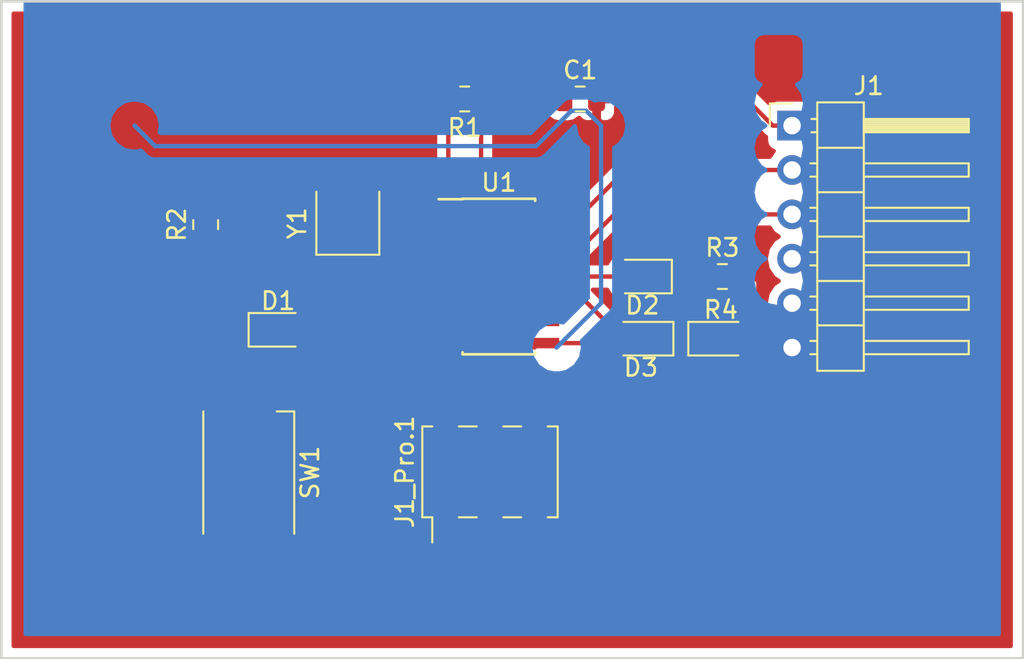
<source format=kicad_pcb>
(kicad_pcb (version 20171130) (host pcbnew 5.0.2-bee76a0~70~ubuntu18.04.1)

  (general
    (thickness 1.6)
    (drawings 4)
    (tracks 101)
    (zones 0)
    (modules 13)
    (nets 22)
  )

  (page A4)
  (layers
    (0 F.Cu signal)
    (31 B.Cu signal hide)
    (32 B.Adhes user)
    (33 F.Adhes user)
    (34 B.Paste user)
    (35 F.Paste user)
    (36 B.SilkS user)
    (37 F.SilkS user)
    (38 B.Mask user)
    (39 F.Mask user)
    (40 Dwgs.User user)
    (41 Cmts.User user)
    (42 Eco1.User user)
    (43 Eco2.User user)
    (44 Edge.Cuts user)
    (45 Margin user)
    (46 B.CrtYd user)
    (47 F.CrtYd user)
    (48 B.Fab user)
    (49 F.Fab user)
  )

  (setup
    (last_trace_width 0.25)
    (trace_clearance 0.2)
    (zone_clearance 0.508)
    (zone_45_only no)
    (trace_min 0.2)
    (segment_width 0.2)
    (edge_width 0.15)
    (via_size 0.8)
    (via_drill 0.4)
    (via_min_size 0.4)
    (via_min_drill 0.3)
    (uvia_size 0.3)
    (uvia_drill 0.1)
    (uvias_allowed no)
    (uvia_min_size 0.2)
    (uvia_min_drill 0.1)
    (pcb_text_width 0.3)
    (pcb_text_size 1.5 1.5)
    (mod_edge_width 0.15)
    (mod_text_size 1 1)
    (mod_text_width 0.15)
    (pad_size 0.975 1.4)
    (pad_drill 0)
    (pad_to_mask_clearance 0.051)
    (solder_mask_min_width 0.25)
    (aux_axis_origin 0 0)
    (visible_elements FFFFFF7F)
    (pcbplotparams
      (layerselection 0x010fc_ffffffff)
      (usegerberextensions false)
      (usegerberattributes false)
      (usegerberadvancedattributes false)
      (creategerberjobfile false)
      (excludeedgelayer true)
      (linewidth 0.100000)
      (plotframeref false)
      (viasonmask false)
      (mode 1)
      (useauxorigin false)
      (hpglpennumber 1)
      (hpglpenspeed 20)
      (hpglpendiameter 15.000000)
      (psnegative false)
      (psa4output false)
      (plotreference true)
      (plotvalue true)
      (plotinvisibletext false)
      (padsonsilk false)
      (subtractmaskfromsilk false)
      (outputformat 1)
      (mirror false)
      (drillshape 1)
      (scaleselection 1)
      (outputdirectory ""))
  )

  (net 0 "")
  (net 1 "Net-(U1-Pad2)")
  (net 2 "Net-(U1-Pad3)")
  (net 3 "Net-(D1-Pad1)")
  (net 4 "Net-(D1-Pad2)")
  (net 5 "Net-(SW1-Pad3)")
  (net 6 "Net-(SW1-Pad4)")
  (net 7 "Net-(SW1-Pad1)")
  (net 8 MOSI)
  (net 9 "G(bkl)")
  (net 10 RTS)
  (net 11 Rx)
  (net 12 Tx)
  (net 13 CTS)
  (net 14 V)
  (net 15 "Net-(D2-Pad1)")
  (net 16 "Net-(D2-Pad2)")
  (net 17 "Net-(D3-Pad2)")
  (net 18 "Net-(D3-Pad1)")
  (net 19 RST)
  (net 20 SCK)
  (net 21 MISO)

  (net_class Default "This is the default net class."
    (clearance 0.2)
    (trace_width 0.25)
    (via_dia 0.8)
    (via_drill 0.4)
    (uvia_dia 0.3)
    (uvia_drill 0.1)
    (add_net CTS)
    (add_net "G(bkl)")
    (add_net MISO)
    (add_net MOSI)
    (add_net "Net-(D1-Pad1)")
    (add_net "Net-(D1-Pad2)")
    (add_net "Net-(D2-Pad1)")
    (add_net "Net-(D2-Pad2)")
    (add_net "Net-(D3-Pad1)")
    (add_net "Net-(D3-Pad2)")
    (add_net "Net-(SW1-Pad1)")
    (add_net "Net-(SW1-Pad3)")
    (add_net "Net-(SW1-Pad4)")
    (add_net "Net-(U1-Pad2)")
    (add_net "Net-(U1-Pad3)")
    (add_net RST)
    (add_net RTS)
    (add_net Rx)
    (add_net SCK)
    (add_net Tx)
    (add_net V)
  )

  (module Capacitor_SMD:C_0805_2012Metric (layer F.Cu) (tedit 5B36C52B) (tstamp 5C7E6587)
    (at 152.4785 74.676)
    (descr "Capacitor SMD 0805 (2012 Metric), square (rectangular) end terminal, IPC_7351 nominal, (Body size source: https://docs.google.com/spreadsheets/d/1BsfQQcO9C6DZCsRaXUlFlo91Tg2WpOkGARC1WS5S8t0/edit?usp=sharing), generated with kicad-footprint-generator")
    (tags capacitor)
    (path /5C7C0992)
    (attr smd)
    (fp_text reference C1 (at 0 -1.65) (layer F.SilkS)
      (effects (font (size 1 1) (thickness 0.15)))
    )
    (fp_text value 1uf (at 0 1.65) (layer F.Fab)
      (effects (font (size 1 1) (thickness 0.15)))
    )
    (fp_line (start -1 0.6) (end -1 -0.6) (layer F.Fab) (width 0.1))
    (fp_line (start -1 -0.6) (end 1 -0.6) (layer F.Fab) (width 0.1))
    (fp_line (start 1 -0.6) (end 1 0.6) (layer F.Fab) (width 0.1))
    (fp_line (start 1 0.6) (end -1 0.6) (layer F.Fab) (width 0.1))
    (fp_line (start -0.258578 -0.71) (end 0.258578 -0.71) (layer F.SilkS) (width 0.12))
    (fp_line (start -0.258578 0.71) (end 0.258578 0.71) (layer F.SilkS) (width 0.12))
    (fp_line (start -1.68 0.95) (end -1.68 -0.95) (layer F.CrtYd) (width 0.05))
    (fp_line (start -1.68 -0.95) (end 1.68 -0.95) (layer F.CrtYd) (width 0.05))
    (fp_line (start 1.68 -0.95) (end 1.68 0.95) (layer F.CrtYd) (width 0.05))
    (fp_line (start 1.68 0.95) (end -1.68 0.95) (layer F.CrtYd) (width 0.05))
    (fp_text user %R (at 0 0) (layer F.Fab)
      (effects (font (size 0.5 0.5) (thickness 0.08)))
    )
    (pad 1 smd roundrect (at -0.9375 0) (size 0.975 1.4) (layers F.Cu F.Paste F.Mask) (roundrect_rratio 0.25)
      (net 14 V))
    (pad 2 smd roundrect (at 0.9375 0) (size 0.975 1.4) (layers F.Cu F.Paste F.Mask) (roundrect_rratio 0.25)
      (net 9 "G(bkl)"))
    (model ${KISYS3DMOD}/Capacitor_SMD.3dshapes/C_0805_2012Metric.wrl
      (at (xyz 0 0 0))
      (scale (xyz 1 1 1))
      (rotate (xyz 0 0 0))
    )
  )

  (module LED_SMD:LED_0805_2012Metric (layer F.Cu) (tedit 5B36C52C) (tstamp 5C7E659A)
    (at 135.2065 87.884)
    (descr "LED SMD 0805 (2012 Metric), square (rectangular) end terminal, IPC_7351 nominal, (Body size source: https://docs.google.com/spreadsheets/d/1BsfQQcO9C6DZCsRaXUlFlo91Tg2WpOkGARC1WS5S8t0/edit?usp=sharing), generated with kicad-footprint-generator")
    (tags diode)
    (path /5C7C20EC)
    (attr smd)
    (fp_text reference D1 (at 0 -1.65) (layer F.SilkS)
      (effects (font (size 1 1) (thickness 0.15)))
    )
    (fp_text value LED (at 0 1.65) (layer F.Fab)
      (effects (font (size 1 1) (thickness 0.15)))
    )
    (fp_line (start 1 -0.6) (end -0.7 -0.6) (layer F.Fab) (width 0.1))
    (fp_line (start -0.7 -0.6) (end -1 -0.3) (layer F.Fab) (width 0.1))
    (fp_line (start -1 -0.3) (end -1 0.6) (layer F.Fab) (width 0.1))
    (fp_line (start -1 0.6) (end 1 0.6) (layer F.Fab) (width 0.1))
    (fp_line (start 1 0.6) (end 1 -0.6) (layer F.Fab) (width 0.1))
    (fp_line (start 1 -0.96) (end -1.685 -0.96) (layer F.SilkS) (width 0.12))
    (fp_line (start -1.685 -0.96) (end -1.685 0.96) (layer F.SilkS) (width 0.12))
    (fp_line (start -1.685 0.96) (end 1 0.96) (layer F.SilkS) (width 0.12))
    (fp_line (start -1.68 0.95) (end -1.68 -0.95) (layer F.CrtYd) (width 0.05))
    (fp_line (start -1.68 -0.95) (end 1.68 -0.95) (layer F.CrtYd) (width 0.05))
    (fp_line (start 1.68 -0.95) (end 1.68 0.95) (layer F.CrtYd) (width 0.05))
    (fp_line (start 1.68 0.95) (end -1.68 0.95) (layer F.CrtYd) (width 0.05))
    (fp_text user %R (at 0 0) (layer F.Fab)
      (effects (font (size 0.5 0.5) (thickness 0.08)))
    )
    (pad 1 smd roundrect (at -0.9375 0) (size 0.975 1.4) (layers F.Cu F.Paste F.Mask) (roundrect_rratio 0.25)
      (net 3 "Net-(D1-Pad1)"))
    (pad 2 smd roundrect (at 0.9375 0) (size 0.975 1.4) (layers F.Cu F.Paste F.Mask) (roundrect_rratio 0.25)
      (net 4 "Net-(D1-Pad2)"))
    (model ${KISYS3DMOD}/LED_SMD.3dshapes/LED_0805_2012Metric.wrl
      (at (xyz 0 0 0))
      (scale (xyz 1 1 1))
      (rotate (xyz 0 0 0))
    )
  )

  (module LED_SMD:LED_0805_2012Metric (layer F.Cu) (tedit 5B36C52C) (tstamp 5C7E65AD)
    (at 156.0345 84.836 180)
    (descr "LED SMD 0805 (2012 Metric), square (rectangular) end terminal, IPC_7351 nominal, (Body size source: https://docs.google.com/spreadsheets/d/1BsfQQcO9C6DZCsRaXUlFlo91Tg2WpOkGARC1WS5S8t0/edit?usp=sharing), generated with kicad-footprint-generator")
    (tags diode)
    (path /5C8088F5)
    (attr smd)
    (fp_text reference D2 (at 0 -1.65 180) (layer F.SilkS)
      (effects (font (size 1 1) (thickness 0.15)))
    )
    (fp_text value LED (at 0 1.65 180) (layer F.Fab)
      (effects (font (size 1 1) (thickness 0.15)))
    )
    (fp_text user %R (at 0 0 180) (layer F.Fab)
      (effects (font (size 0.5 0.5) (thickness 0.08)))
    )
    (fp_line (start 1.68 0.95) (end -1.68 0.95) (layer F.CrtYd) (width 0.05))
    (fp_line (start 1.68 -0.95) (end 1.68 0.95) (layer F.CrtYd) (width 0.05))
    (fp_line (start -1.68 -0.95) (end 1.68 -0.95) (layer F.CrtYd) (width 0.05))
    (fp_line (start -1.68 0.95) (end -1.68 -0.95) (layer F.CrtYd) (width 0.05))
    (fp_line (start -1.685 0.96) (end 1 0.96) (layer F.SilkS) (width 0.12))
    (fp_line (start -1.685 -0.96) (end -1.685 0.96) (layer F.SilkS) (width 0.12))
    (fp_line (start 1 -0.96) (end -1.685 -0.96) (layer F.SilkS) (width 0.12))
    (fp_line (start 1 0.6) (end 1 -0.6) (layer F.Fab) (width 0.1))
    (fp_line (start -1 0.6) (end 1 0.6) (layer F.Fab) (width 0.1))
    (fp_line (start -1 -0.3) (end -1 0.6) (layer F.Fab) (width 0.1))
    (fp_line (start -0.7 -0.6) (end -1 -0.3) (layer F.Fab) (width 0.1))
    (fp_line (start 1 -0.6) (end -0.7 -0.6) (layer F.Fab) (width 0.1))
    (pad 2 smd roundrect (at 0.9375 0 180) (size 0.975 1.4) (layers F.Cu F.Paste F.Mask) (roundrect_rratio 0.25)
      (net 16 "Net-(D2-Pad2)"))
    (pad 1 smd roundrect (at -0.9375 0 180) (size 0.975 1.4) (layers F.Cu F.Paste F.Mask) (roundrect_rratio 0.25)
      (net 15 "Net-(D2-Pad1)"))
    (model ${KISYS3DMOD}/LED_SMD.3dshapes/LED_0805_2012Metric.wrl
      (at (xyz 0 0 0))
      (scale (xyz 1 1 1))
      (rotate (xyz 0 0 0))
    )
  )

  (module Connector_PinHeader_2.54mm:PinHeader_1x06_P2.54mm_Horizontal (layer F.Cu) (tedit 59FED5CB) (tstamp 5C7E6614)
    (at 164.592 76.2)
    (descr "Through hole angled pin header, 1x06, 2.54mm pitch, 6mm pin length, single row")
    (tags "Through hole angled pin header THT 1x06 2.54mm single row")
    (path /5C7C3317)
    (fp_text reference J1 (at 4.385 -2.27) (layer F.SilkS)
      (effects (font (size 1 1) (thickness 0.15)))
    )
    (fp_text value Conn_01x06_Male (at 4.385 14.97) (layer F.Fab)
      (effects (font (size 1 1) (thickness 0.15)))
    )
    (fp_line (start 2.135 -1.27) (end 4.04 -1.27) (layer F.Fab) (width 0.1))
    (fp_line (start 4.04 -1.27) (end 4.04 13.97) (layer F.Fab) (width 0.1))
    (fp_line (start 4.04 13.97) (end 1.5 13.97) (layer F.Fab) (width 0.1))
    (fp_line (start 1.5 13.97) (end 1.5 -0.635) (layer F.Fab) (width 0.1))
    (fp_line (start 1.5 -0.635) (end 2.135 -1.27) (layer F.Fab) (width 0.1))
    (fp_line (start -0.32 -0.32) (end 1.5 -0.32) (layer F.Fab) (width 0.1))
    (fp_line (start -0.32 -0.32) (end -0.32 0.32) (layer F.Fab) (width 0.1))
    (fp_line (start -0.32 0.32) (end 1.5 0.32) (layer F.Fab) (width 0.1))
    (fp_line (start 4.04 -0.32) (end 10.04 -0.32) (layer F.Fab) (width 0.1))
    (fp_line (start 10.04 -0.32) (end 10.04 0.32) (layer F.Fab) (width 0.1))
    (fp_line (start 4.04 0.32) (end 10.04 0.32) (layer F.Fab) (width 0.1))
    (fp_line (start -0.32 2.22) (end 1.5 2.22) (layer F.Fab) (width 0.1))
    (fp_line (start -0.32 2.22) (end -0.32 2.86) (layer F.Fab) (width 0.1))
    (fp_line (start -0.32 2.86) (end 1.5 2.86) (layer F.Fab) (width 0.1))
    (fp_line (start 4.04 2.22) (end 10.04 2.22) (layer F.Fab) (width 0.1))
    (fp_line (start 10.04 2.22) (end 10.04 2.86) (layer F.Fab) (width 0.1))
    (fp_line (start 4.04 2.86) (end 10.04 2.86) (layer F.Fab) (width 0.1))
    (fp_line (start -0.32 4.76) (end 1.5 4.76) (layer F.Fab) (width 0.1))
    (fp_line (start -0.32 4.76) (end -0.32 5.4) (layer F.Fab) (width 0.1))
    (fp_line (start -0.32 5.4) (end 1.5 5.4) (layer F.Fab) (width 0.1))
    (fp_line (start 4.04 4.76) (end 10.04 4.76) (layer F.Fab) (width 0.1))
    (fp_line (start 10.04 4.76) (end 10.04 5.4) (layer F.Fab) (width 0.1))
    (fp_line (start 4.04 5.4) (end 10.04 5.4) (layer F.Fab) (width 0.1))
    (fp_line (start -0.32 7.3) (end 1.5 7.3) (layer F.Fab) (width 0.1))
    (fp_line (start -0.32 7.3) (end -0.32 7.94) (layer F.Fab) (width 0.1))
    (fp_line (start -0.32 7.94) (end 1.5 7.94) (layer F.Fab) (width 0.1))
    (fp_line (start 4.04 7.3) (end 10.04 7.3) (layer F.Fab) (width 0.1))
    (fp_line (start 10.04 7.3) (end 10.04 7.94) (layer F.Fab) (width 0.1))
    (fp_line (start 4.04 7.94) (end 10.04 7.94) (layer F.Fab) (width 0.1))
    (fp_line (start -0.32 9.84) (end 1.5 9.84) (layer F.Fab) (width 0.1))
    (fp_line (start -0.32 9.84) (end -0.32 10.48) (layer F.Fab) (width 0.1))
    (fp_line (start -0.32 10.48) (end 1.5 10.48) (layer F.Fab) (width 0.1))
    (fp_line (start 4.04 9.84) (end 10.04 9.84) (layer F.Fab) (width 0.1))
    (fp_line (start 10.04 9.84) (end 10.04 10.48) (layer F.Fab) (width 0.1))
    (fp_line (start 4.04 10.48) (end 10.04 10.48) (layer F.Fab) (width 0.1))
    (fp_line (start -0.32 12.38) (end 1.5 12.38) (layer F.Fab) (width 0.1))
    (fp_line (start -0.32 12.38) (end -0.32 13.02) (layer F.Fab) (width 0.1))
    (fp_line (start -0.32 13.02) (end 1.5 13.02) (layer F.Fab) (width 0.1))
    (fp_line (start 4.04 12.38) (end 10.04 12.38) (layer F.Fab) (width 0.1))
    (fp_line (start 10.04 12.38) (end 10.04 13.02) (layer F.Fab) (width 0.1))
    (fp_line (start 4.04 13.02) (end 10.04 13.02) (layer F.Fab) (width 0.1))
    (fp_line (start 1.44 -1.33) (end 1.44 14.03) (layer F.SilkS) (width 0.12))
    (fp_line (start 1.44 14.03) (end 4.1 14.03) (layer F.SilkS) (width 0.12))
    (fp_line (start 4.1 14.03) (end 4.1 -1.33) (layer F.SilkS) (width 0.12))
    (fp_line (start 4.1 -1.33) (end 1.44 -1.33) (layer F.SilkS) (width 0.12))
    (fp_line (start 4.1 -0.38) (end 10.1 -0.38) (layer F.SilkS) (width 0.12))
    (fp_line (start 10.1 -0.38) (end 10.1 0.38) (layer F.SilkS) (width 0.12))
    (fp_line (start 10.1 0.38) (end 4.1 0.38) (layer F.SilkS) (width 0.12))
    (fp_line (start 4.1 -0.32) (end 10.1 -0.32) (layer F.SilkS) (width 0.12))
    (fp_line (start 4.1 -0.2) (end 10.1 -0.2) (layer F.SilkS) (width 0.12))
    (fp_line (start 4.1 -0.08) (end 10.1 -0.08) (layer F.SilkS) (width 0.12))
    (fp_line (start 4.1 0.04) (end 10.1 0.04) (layer F.SilkS) (width 0.12))
    (fp_line (start 4.1 0.16) (end 10.1 0.16) (layer F.SilkS) (width 0.12))
    (fp_line (start 4.1 0.28) (end 10.1 0.28) (layer F.SilkS) (width 0.12))
    (fp_line (start 1.11 -0.38) (end 1.44 -0.38) (layer F.SilkS) (width 0.12))
    (fp_line (start 1.11 0.38) (end 1.44 0.38) (layer F.SilkS) (width 0.12))
    (fp_line (start 1.44 1.27) (end 4.1 1.27) (layer F.SilkS) (width 0.12))
    (fp_line (start 4.1 2.16) (end 10.1 2.16) (layer F.SilkS) (width 0.12))
    (fp_line (start 10.1 2.16) (end 10.1 2.92) (layer F.SilkS) (width 0.12))
    (fp_line (start 10.1 2.92) (end 4.1 2.92) (layer F.SilkS) (width 0.12))
    (fp_line (start 1.042929 2.16) (end 1.44 2.16) (layer F.SilkS) (width 0.12))
    (fp_line (start 1.042929 2.92) (end 1.44 2.92) (layer F.SilkS) (width 0.12))
    (fp_line (start 1.44 3.81) (end 4.1 3.81) (layer F.SilkS) (width 0.12))
    (fp_line (start 4.1 4.7) (end 10.1 4.7) (layer F.SilkS) (width 0.12))
    (fp_line (start 10.1 4.7) (end 10.1 5.46) (layer F.SilkS) (width 0.12))
    (fp_line (start 10.1 5.46) (end 4.1 5.46) (layer F.SilkS) (width 0.12))
    (fp_line (start 1.042929 4.7) (end 1.44 4.7) (layer F.SilkS) (width 0.12))
    (fp_line (start 1.042929 5.46) (end 1.44 5.46) (layer F.SilkS) (width 0.12))
    (fp_line (start 1.44 6.35) (end 4.1 6.35) (layer F.SilkS) (width 0.12))
    (fp_line (start 4.1 7.24) (end 10.1 7.24) (layer F.SilkS) (width 0.12))
    (fp_line (start 10.1 7.24) (end 10.1 8) (layer F.SilkS) (width 0.12))
    (fp_line (start 10.1 8) (end 4.1 8) (layer F.SilkS) (width 0.12))
    (fp_line (start 1.042929 7.24) (end 1.44 7.24) (layer F.SilkS) (width 0.12))
    (fp_line (start 1.042929 8) (end 1.44 8) (layer F.SilkS) (width 0.12))
    (fp_line (start 1.44 8.89) (end 4.1 8.89) (layer F.SilkS) (width 0.12))
    (fp_line (start 4.1 9.78) (end 10.1 9.78) (layer F.SilkS) (width 0.12))
    (fp_line (start 10.1 9.78) (end 10.1 10.54) (layer F.SilkS) (width 0.12))
    (fp_line (start 10.1 10.54) (end 4.1 10.54) (layer F.SilkS) (width 0.12))
    (fp_line (start 1.042929 9.78) (end 1.44 9.78) (layer F.SilkS) (width 0.12))
    (fp_line (start 1.042929 10.54) (end 1.44 10.54) (layer F.SilkS) (width 0.12))
    (fp_line (start 1.44 11.43) (end 4.1 11.43) (layer F.SilkS) (width 0.12))
    (fp_line (start 4.1 12.32) (end 10.1 12.32) (layer F.SilkS) (width 0.12))
    (fp_line (start 10.1 12.32) (end 10.1 13.08) (layer F.SilkS) (width 0.12))
    (fp_line (start 10.1 13.08) (end 4.1 13.08) (layer F.SilkS) (width 0.12))
    (fp_line (start 1.042929 12.32) (end 1.44 12.32) (layer F.SilkS) (width 0.12))
    (fp_line (start 1.042929 13.08) (end 1.44 13.08) (layer F.SilkS) (width 0.12))
    (fp_line (start -1.27 0) (end -1.27 -1.27) (layer F.SilkS) (width 0.12))
    (fp_line (start -1.27 -1.27) (end 0 -1.27) (layer F.SilkS) (width 0.12))
    (fp_line (start -1.8 -1.8) (end -1.8 14.5) (layer F.CrtYd) (width 0.05))
    (fp_line (start -1.8 14.5) (end 10.55 14.5) (layer F.CrtYd) (width 0.05))
    (fp_line (start 10.55 14.5) (end 10.55 -1.8) (layer F.CrtYd) (width 0.05))
    (fp_line (start 10.55 -1.8) (end -1.8 -1.8) (layer F.CrtYd) (width 0.05))
    (fp_text user %R (at 2.77 6.35 90) (layer F.Fab)
      (effects (font (size 1 1) (thickness 0.15)))
    )
    (pad 1 thru_hole rect (at 0 0) (size 1.7 1.7) (drill 1) (layers *.Cu *.Mask)
      (net 14 V))
    (pad 2 thru_hole oval (at 0 2.54) (size 1.7 1.7) (drill 1) (layers *.Cu *.Mask)
      (net 12 Tx))
    (pad 3 thru_hole oval (at 0 5.08) (size 1.7 1.7) (drill 1) (layers *.Cu *.Mask)
      (net 11 Rx))
    (pad 4 thru_hole oval (at 0 7.62) (size 1.7 1.7) (drill 1) (layers *.Cu *.Mask)
      (net 10 RTS))
    (pad 5 thru_hole oval (at 0 10.16) (size 1.7 1.7) (drill 1) (layers *.Cu *.Mask)
      (net 13 CTS))
    (pad 6 thru_hole oval (at 0 12.7) (size 1.7 1.7) (drill 1) (layers *.Cu *.Mask)
      (net 9 "G(bkl)"))
    (model ${KISYS3DMOD}/Connector_PinHeader_2.54mm.3dshapes/PinHeader_1x06_P2.54mm_Horizontal.wrl
      (at (xyz 0 0 0))
      (scale (xyz 1 1 1))
      (rotate (xyz 0 0 0))
    )
  )

  (module Connector_PinHeader_2.54mm:PinHeader_2x03_P2.54mm_Vertical_SMD (layer F.Cu) (tedit 59FED5CC) (tstamp 5C7E6645)
    (at 147.32 96.012 90)
    (descr "surface-mounted straight pin header, 2x03, 2.54mm pitch, double rows")
    (tags "Surface mounted pin header SMD 2x03 2.54mm double row")
    (path /5C7C3274)
    (attr smd)
    (fp_text reference J1_Pro.1 (at 0 -4.87 90) (layer F.SilkS)
      (effects (font (size 1 1) (thickness 0.15)))
    )
    (fp_text value Conn_01x06_Male (at 0 4.87 90) (layer F.Fab)
      (effects (font (size 1 1) (thickness 0.15)))
    )
    (fp_line (start 2.54 3.81) (end -2.54 3.81) (layer F.Fab) (width 0.1))
    (fp_line (start -1.59 -3.81) (end 2.54 -3.81) (layer F.Fab) (width 0.1))
    (fp_line (start -2.54 3.81) (end -2.54 -2.86) (layer F.Fab) (width 0.1))
    (fp_line (start -2.54 -2.86) (end -1.59 -3.81) (layer F.Fab) (width 0.1))
    (fp_line (start 2.54 -3.81) (end 2.54 3.81) (layer F.Fab) (width 0.1))
    (fp_line (start -2.54 -2.86) (end -3.6 -2.86) (layer F.Fab) (width 0.1))
    (fp_line (start -3.6 -2.86) (end -3.6 -2.22) (layer F.Fab) (width 0.1))
    (fp_line (start -3.6 -2.22) (end -2.54 -2.22) (layer F.Fab) (width 0.1))
    (fp_line (start 2.54 -2.86) (end 3.6 -2.86) (layer F.Fab) (width 0.1))
    (fp_line (start 3.6 -2.86) (end 3.6 -2.22) (layer F.Fab) (width 0.1))
    (fp_line (start 3.6 -2.22) (end 2.54 -2.22) (layer F.Fab) (width 0.1))
    (fp_line (start -2.54 -0.32) (end -3.6 -0.32) (layer F.Fab) (width 0.1))
    (fp_line (start -3.6 -0.32) (end -3.6 0.32) (layer F.Fab) (width 0.1))
    (fp_line (start -3.6 0.32) (end -2.54 0.32) (layer F.Fab) (width 0.1))
    (fp_line (start 2.54 -0.32) (end 3.6 -0.32) (layer F.Fab) (width 0.1))
    (fp_line (start 3.6 -0.32) (end 3.6 0.32) (layer F.Fab) (width 0.1))
    (fp_line (start 3.6 0.32) (end 2.54 0.32) (layer F.Fab) (width 0.1))
    (fp_line (start -2.54 2.22) (end -3.6 2.22) (layer F.Fab) (width 0.1))
    (fp_line (start -3.6 2.22) (end -3.6 2.86) (layer F.Fab) (width 0.1))
    (fp_line (start -3.6 2.86) (end -2.54 2.86) (layer F.Fab) (width 0.1))
    (fp_line (start 2.54 2.22) (end 3.6 2.22) (layer F.Fab) (width 0.1))
    (fp_line (start 3.6 2.22) (end 3.6 2.86) (layer F.Fab) (width 0.1))
    (fp_line (start 3.6 2.86) (end 2.54 2.86) (layer F.Fab) (width 0.1))
    (fp_line (start -2.6 -3.87) (end 2.6 -3.87) (layer F.SilkS) (width 0.12))
    (fp_line (start -2.6 3.87) (end 2.6 3.87) (layer F.SilkS) (width 0.12))
    (fp_line (start -4.04 -3.3) (end -2.6 -3.3) (layer F.SilkS) (width 0.12))
    (fp_line (start -2.6 -3.87) (end -2.6 -3.3) (layer F.SilkS) (width 0.12))
    (fp_line (start 2.6 -3.87) (end 2.6 -3.3) (layer F.SilkS) (width 0.12))
    (fp_line (start -2.6 3.3) (end -2.6 3.87) (layer F.SilkS) (width 0.12))
    (fp_line (start 2.6 3.3) (end 2.6 3.87) (layer F.SilkS) (width 0.12))
    (fp_line (start -2.6 -1.78) (end -2.6 -0.76) (layer F.SilkS) (width 0.12))
    (fp_line (start 2.6 -1.78) (end 2.6 -0.76) (layer F.SilkS) (width 0.12))
    (fp_line (start -2.6 0.76) (end -2.6 1.78) (layer F.SilkS) (width 0.12))
    (fp_line (start 2.6 0.76) (end 2.6 1.78) (layer F.SilkS) (width 0.12))
    (fp_line (start -5.9 -4.35) (end -5.9 4.35) (layer F.CrtYd) (width 0.05))
    (fp_line (start -5.9 4.35) (end 5.9 4.35) (layer F.CrtYd) (width 0.05))
    (fp_line (start 5.9 4.35) (end 5.9 -4.35) (layer F.CrtYd) (width 0.05))
    (fp_line (start 5.9 -4.35) (end -5.9 -4.35) (layer F.CrtYd) (width 0.05))
    (fp_text user %R (at 0 0 180) (layer F.Fab)
      (effects (font (size 1 1) (thickness 0.15)))
    )
    (pad 1 smd rect (at -2.525 -2.54 90) (size 3.15 1) (layers F.Cu F.Paste F.Mask)
      (net 9 "G(bkl)"))
    (pad 2 smd rect (at 2.525 -2.54 90) (size 3.15 1) (layers F.Cu F.Paste F.Mask)
      (net 19 RST))
    (pad 3 smd rect (at -2.525 0 90) (size 3.15 1) (layers F.Cu F.Paste F.Mask)
      (net 8 MOSI))
    (pad 4 smd rect (at 2.525 0 90) (size 3.15 1) (layers F.Cu F.Paste F.Mask)
      (net 20 SCK))
    (pad 5 smd rect (at -2.525 2.54 90) (size 3.15 1) (layers F.Cu F.Paste F.Mask)
      (net 14 V))
    (pad 6 smd rect (at 2.525 2.54 90) (size 3.15 1) (layers F.Cu F.Paste F.Mask)
      (net 21 MISO))
    (model ${KISYS3DMOD}/Connector_PinHeader_2.54mm.3dshapes/PinHeader_2x03_P2.54mm_Vertical_SMD.wrl
      (at (xyz 0 0 0))
      (scale (xyz 1 1 1))
      (rotate (xyz 0 0 0))
    )
  )

  (module Resistor_SMD:R_0805_2012Metric (layer F.Cu) (tedit 5B36C52B) (tstamp 5C7E6656)
    (at 145.8745 74.676 180)
    (descr "Resistor SMD 0805 (2012 Metric), square (rectangular) end terminal, IPC_7351 nominal, (Body size source: https://docs.google.com/spreadsheets/d/1BsfQQcO9C6DZCsRaXUlFlo91Tg2WpOkGARC1WS5S8t0/edit?usp=sharing), generated with kicad-footprint-generator")
    (tags resistor)
    (path /5C7C0CC5)
    (attr smd)
    (fp_text reference R1 (at 0 -1.65 180) (layer F.SilkS)
      (effects (font (size 1 1) (thickness 0.15)))
    )
    (fp_text value 10K (at 0 1.65 180) (layer F.Fab)
      (effects (font (size 1 1) (thickness 0.15)))
    )
    (fp_line (start -1 0.6) (end -1 -0.6) (layer F.Fab) (width 0.1))
    (fp_line (start -1 -0.6) (end 1 -0.6) (layer F.Fab) (width 0.1))
    (fp_line (start 1 -0.6) (end 1 0.6) (layer F.Fab) (width 0.1))
    (fp_line (start 1 0.6) (end -1 0.6) (layer F.Fab) (width 0.1))
    (fp_line (start -0.258578 -0.71) (end 0.258578 -0.71) (layer F.SilkS) (width 0.12))
    (fp_line (start -0.258578 0.71) (end 0.258578 0.71) (layer F.SilkS) (width 0.12))
    (fp_line (start -1.68 0.95) (end -1.68 -0.95) (layer F.CrtYd) (width 0.05))
    (fp_line (start -1.68 -0.95) (end 1.68 -0.95) (layer F.CrtYd) (width 0.05))
    (fp_line (start 1.68 -0.95) (end 1.68 0.95) (layer F.CrtYd) (width 0.05))
    (fp_line (start 1.68 0.95) (end -1.68 0.95) (layer F.CrtYd) (width 0.05))
    (fp_text user %R (at 0 0 180) (layer F.Fab)
      (effects (font (size 0.5 0.5) (thickness 0.08)))
    )
    (pad 1 smd roundrect (at -0.9375 0 180) (size 0.975 1.4) (layers F.Cu F.Paste F.Mask) (roundrect_rratio 0.25)
      (net 19 RST))
    (pad 2 smd roundrect (at 0.9375 0 180) (size 0.975 1.4) (layers F.Cu F.Paste F.Mask) (roundrect_rratio 0.25)
      (net 14 V))
    (model ${KISYS3DMOD}/Resistor_SMD.3dshapes/R_0805_2012Metric.wrl
      (at (xyz 0 0 0))
      (scale (xyz 1 1 1))
      (rotate (xyz 0 0 0))
    )
  )

  (module Resistor_SMD:R_0805_2012Metric (layer F.Cu) (tedit 5B36C52B) (tstamp 5C7E6667)
    (at 131.064 81.8665 90)
    (descr "Resistor SMD 0805 (2012 Metric), square (rectangular) end terminal, IPC_7351 nominal, (Body size source: https://docs.google.com/spreadsheets/d/1BsfQQcO9C6DZCsRaXUlFlo91Tg2WpOkGARC1WS5S8t0/edit?usp=sharing), generated with kicad-footprint-generator")
    (tags resistor)
    (path /5C7C0D49)
    (attr smd)
    (fp_text reference R2 (at 0 -1.65 90) (layer F.SilkS)
      (effects (font (size 1 1) (thickness 0.15)))
    )
    (fp_text value 1K (at 0 1.65 90) (layer F.Fab)
      (effects (font (size 1 1) (thickness 0.15)))
    )
    (fp_text user %R (at 0 0 90) (layer F.Fab)
      (effects (font (size 0.5 0.5) (thickness 0.08)))
    )
    (fp_line (start 1.68 0.95) (end -1.68 0.95) (layer F.CrtYd) (width 0.05))
    (fp_line (start 1.68 -0.95) (end 1.68 0.95) (layer F.CrtYd) (width 0.05))
    (fp_line (start -1.68 -0.95) (end 1.68 -0.95) (layer F.CrtYd) (width 0.05))
    (fp_line (start -1.68 0.95) (end -1.68 -0.95) (layer F.CrtYd) (width 0.05))
    (fp_line (start -0.258578 0.71) (end 0.258578 0.71) (layer F.SilkS) (width 0.12))
    (fp_line (start -0.258578 -0.71) (end 0.258578 -0.71) (layer F.SilkS) (width 0.12))
    (fp_line (start 1 0.6) (end -1 0.6) (layer F.Fab) (width 0.1))
    (fp_line (start 1 -0.6) (end 1 0.6) (layer F.Fab) (width 0.1))
    (fp_line (start -1 -0.6) (end 1 -0.6) (layer F.Fab) (width 0.1))
    (fp_line (start -1 0.6) (end -1 -0.6) (layer F.Fab) (width 0.1))
    (pad 2 smd roundrect (at 0.9375 0 90) (size 0.975 1.4) (layers F.Cu F.Paste F.Mask) (roundrect_rratio 0.25)
      (net 9 "G(bkl)"))
    (pad 1 smd roundrect (at -0.9375 0 90) (size 0.975 1.4) (layers F.Cu F.Paste F.Mask) (roundrect_rratio 0.25)
      (net 3 "Net-(D1-Pad1)"))
    (model ${KISYS3DMOD}/Resistor_SMD.3dshapes/R_0805_2012Metric.wrl
      (at (xyz 0 0 0))
      (scale (xyz 1 1 1))
      (rotate (xyz 0 0 0))
    )
  )

  (module Resistor_SMD:R_0805_2012Metric (layer F.Cu) (tedit 5B36C52B) (tstamp 5C7E6678)
    (at 160.6065 84.836)
    (descr "Resistor SMD 0805 (2012 Metric), square (rectangular) end terminal, IPC_7351 nominal, (Body size source: https://docs.google.com/spreadsheets/d/1BsfQQcO9C6DZCsRaXUlFlo91Tg2WpOkGARC1WS5S8t0/edit?usp=sharing), generated with kicad-footprint-generator")
    (tags resistor)
    (path /5C80A5CB)
    (attr smd)
    (fp_text reference R3 (at 0 -1.65) (layer F.SilkS)
      (effects (font (size 1 1) (thickness 0.15)))
    )
    (fp_text value 1K (at 0 1.65) (layer F.Fab)
      (effects (font (size 1 1) (thickness 0.15)))
    )
    (fp_text user %R (at 0 0) (layer F.Fab)
      (effects (font (size 0.5 0.5) (thickness 0.08)))
    )
    (fp_line (start 1.68 0.95) (end -1.68 0.95) (layer F.CrtYd) (width 0.05))
    (fp_line (start 1.68 -0.95) (end 1.68 0.95) (layer F.CrtYd) (width 0.05))
    (fp_line (start -1.68 -0.95) (end 1.68 -0.95) (layer F.CrtYd) (width 0.05))
    (fp_line (start -1.68 0.95) (end -1.68 -0.95) (layer F.CrtYd) (width 0.05))
    (fp_line (start -0.258578 0.71) (end 0.258578 0.71) (layer F.SilkS) (width 0.12))
    (fp_line (start -0.258578 -0.71) (end 0.258578 -0.71) (layer F.SilkS) (width 0.12))
    (fp_line (start 1 0.6) (end -1 0.6) (layer F.Fab) (width 0.1))
    (fp_line (start 1 -0.6) (end 1 0.6) (layer F.Fab) (width 0.1))
    (fp_line (start -1 -0.6) (end 1 -0.6) (layer F.Fab) (width 0.1))
    (fp_line (start -1 0.6) (end -1 -0.6) (layer F.Fab) (width 0.1))
    (pad 2 smd roundrect (at 0.9375 0) (size 0.975 1.4) (layers F.Cu F.Paste F.Mask) (roundrect_rratio 0.25)
      (net 9 "G(bkl)"))
    (pad 1 smd roundrect (at -0.9375 0) (size 0.975 1.4) (layers F.Cu F.Paste F.Mask) (roundrect_rratio 0.25)
      (net 15 "Net-(D2-Pad1)"))
    (model ${KISYS3DMOD}/Resistor_SMD.3dshapes/R_0805_2012Metric.wrl
      (at (xyz 0 0 0))
      (scale (xyz 1 1 1))
      (rotate (xyz 0 0 0))
    )
  )

  (module LED_SMD:LED_Cree-PLCC4_5x5mm_CW (layer F.Cu) (tedit 59D41639) (tstamp 5C7E668E)
    (at 133.528 96.052 270)
    (descr "5.0mm x 5.0mm PLCC4 LED")
    (tags "LED Cree PLCC-4")
    (path /5C7C229E)
    (attr smd)
    (fp_text reference SW1 (at 0 -3.5 270) (layer F.SilkS)
      (effects (font (size 1 1) (thickness 0.15)))
    )
    (fp_text value SW_Push_Dual (at 0 4 270) (layer F.Fab)
      (effects (font (size 1 1) (thickness 0.15)))
    )
    (fp_line (start 3.75 -2.85) (end -3.75 -2.85) (layer F.CrtYd) (width 0.05))
    (fp_line (start 3.75 2.85) (end 3.75 -2.85) (layer F.CrtYd) (width 0.05))
    (fp_line (start -3.75 2.85) (end 3.75 2.85) (layer F.CrtYd) (width 0.05))
    (fp_line (start -3.75 -2.85) (end -3.75 2.85) (layer F.CrtYd) (width 0.05))
    (fp_line (start -1.5 -2.5) (end -2.5 -1.5) (layer F.Fab) (width 0.1))
    (fp_line (start -2.5 -2.5) (end -2.5 2.5) (layer F.Fab) (width 0.1))
    (fp_line (start -2.5 2.5) (end 2.5 2.5) (layer F.Fab) (width 0.1))
    (fp_line (start 2.5 2.5) (end 2.5 -2.5) (layer F.Fab) (width 0.1))
    (fp_line (start 2.5 -2.5) (end -2.5 -2.5) (layer F.Fab) (width 0.1))
    (fp_line (start -3.5 -2.6) (end 3.5 -2.6) (layer F.SilkS) (width 0.12))
    (fp_line (start -3.5 2.6) (end 3.5 2.6) (layer F.SilkS) (width 0.12))
    (fp_line (start -3.5 -1.6) (end -3.5 -2.6) (layer F.SilkS) (width 0.12))
    (fp_circle (center 0 0) (end 0 -2) (layer F.Fab) (width 0.1))
    (fp_text user %R (at 0 0 270) (layer F.Fab)
      (effects (font (size 1 1) (thickness 0.1)))
    )
    (pad 3 smd rect (at 2.5 1.6 270) (size 1.6 1) (layers F.Cu F.Paste F.Mask)
      (net 5 "Net-(SW1-Pad3)"))
    (pad 2 smd rect (at 2.5 -1.6 270) (size 1.6 1) (layers F.Cu F.Paste F.Mask)
      (net 14 V))
    (pad 4 smd rect (at -2.5 1.6 270) (size 1.6 1) (layers F.Cu F.Paste F.Mask)
      (net 6 "Net-(SW1-Pad4)"))
    (pad 1 smd rect (at -2.5 -1.6 270) (size 1.6 1) (layers F.Cu F.Paste F.Mask)
      (net 7 "Net-(SW1-Pad1)"))
    (model ${KISYS3DMOD}/LED_SMD.3dshapes/LED_Cree-PLCC4_5x5mm_CW.wrl
      (at (xyz 0 0 0))
      (scale (xyz 1 1 1))
      (rotate (xyz 0 0 0))
    )
  )

  (module Package_SO:SOIC-14_3.9x8.7mm_P1.27mm (layer F.Cu) (tedit 5A02F2D3) (tstamp 5C7E66B1)
    (at 147.828 84.836)
    (descr "14-Lead Plastic Small Outline (SL) - Narrow, 3.90 mm Body [SOIC] (see Microchip Packaging Specification 00000049BS.pdf)")
    (tags "SOIC 1.27")
    (path /5C7C0434)
    (attr smd)
    (fp_text reference U1 (at 0 -5.375) (layer F.SilkS)
      (effects (font (size 1 1) (thickness 0.15)))
    )
    (fp_text value ATtiny44-20SSU (at 0 5.375) (layer F.Fab)
      (effects (font (size 1 1) (thickness 0.15)))
    )
    (fp_text user %R (at 0 0) (layer F.Fab)
      (effects (font (size 0.9 0.9) (thickness 0.135)))
    )
    (fp_line (start -0.95 -4.35) (end 1.95 -4.35) (layer F.Fab) (width 0.15))
    (fp_line (start 1.95 -4.35) (end 1.95 4.35) (layer F.Fab) (width 0.15))
    (fp_line (start 1.95 4.35) (end -1.95 4.35) (layer F.Fab) (width 0.15))
    (fp_line (start -1.95 4.35) (end -1.95 -3.35) (layer F.Fab) (width 0.15))
    (fp_line (start -1.95 -3.35) (end -0.95 -4.35) (layer F.Fab) (width 0.15))
    (fp_line (start -3.7 -4.65) (end -3.7 4.65) (layer F.CrtYd) (width 0.05))
    (fp_line (start 3.7 -4.65) (end 3.7 4.65) (layer F.CrtYd) (width 0.05))
    (fp_line (start -3.7 -4.65) (end 3.7 -4.65) (layer F.CrtYd) (width 0.05))
    (fp_line (start -3.7 4.65) (end 3.7 4.65) (layer F.CrtYd) (width 0.05))
    (fp_line (start -2.075 -4.45) (end -2.075 -4.425) (layer F.SilkS) (width 0.15))
    (fp_line (start 2.075 -4.45) (end 2.075 -4.335) (layer F.SilkS) (width 0.15))
    (fp_line (start 2.075 4.45) (end 2.075 4.335) (layer F.SilkS) (width 0.15))
    (fp_line (start -2.075 4.45) (end -2.075 4.335) (layer F.SilkS) (width 0.15))
    (fp_line (start -2.075 -4.45) (end 2.075 -4.45) (layer F.SilkS) (width 0.15))
    (fp_line (start -2.075 4.45) (end 2.075 4.45) (layer F.SilkS) (width 0.15))
    (fp_line (start -2.075 -4.425) (end -3.45 -4.425) (layer F.SilkS) (width 0.15))
    (pad 1 smd rect (at -2.7 -3.81) (size 1.5 0.6) (layers F.Cu F.Paste F.Mask)
      (net 14 V))
    (pad 2 smd rect (at -2.7 -2.54) (size 1.5 0.6) (layers F.Cu F.Paste F.Mask)
      (net 1 "Net-(U1-Pad2)"))
    (pad 3 smd rect (at -2.7 -1.27) (size 1.5 0.6) (layers F.Cu F.Paste F.Mask)
      (net 2 "Net-(U1-Pad3)"))
    (pad 4 smd rect (at -2.7 0) (size 1.5 0.6) (layers F.Cu F.Paste F.Mask)
      (net 19 RST))
    (pad 5 smd rect (at -2.7 1.27) (size 1.5 0.6) (layers F.Cu F.Paste F.Mask)
      (net 4 "Net-(D1-Pad2)"))
    (pad 6 smd rect (at -2.7 2.54) (size 1.5 0.6) (layers F.Cu F.Paste F.Mask)
      (net 7 "Net-(SW1-Pad1)"))
    (pad 7 smd rect (at -2.7 3.81) (size 1.5 0.6) (layers F.Cu F.Paste F.Mask)
      (net 8 MOSI))
    (pad 8 smd rect (at 2.7 3.81) (size 1.5 0.6) (layers F.Cu F.Paste F.Mask)
      (net 21 MISO))
    (pad 9 smd rect (at 2.7 2.54) (size 1.5 0.6) (layers F.Cu F.Paste F.Mask)
      (net 20 SCK))
    (pad 10 smd rect (at 2.7 1.27) (size 1.5 0.6) (layers F.Cu F.Paste F.Mask)
      (net 17 "Net-(D3-Pad2)"))
    (pad 11 smd rect (at 2.7 0) (size 1.5 0.6) (layers F.Cu F.Paste F.Mask)
      (net 16 "Net-(D2-Pad2)"))
    (pad 12 smd rect (at 2.7 -1.27) (size 1.5 0.6) (layers F.Cu F.Paste F.Mask)
      (net 11 Rx))
    (pad 13 smd rect (at 2.7 -2.54) (size 1.5 0.6) (layers F.Cu F.Paste F.Mask)
      (net 12 Tx))
    (pad 14 smd rect (at 2.7 -3.81) (size 1.5 0.6) (layers F.Cu F.Paste F.Mask)
      (net 9 "G(bkl)"))
    (model ${KISYS3DMOD}/Package_SO.3dshapes/SOIC-14_3.9x8.7mm_P1.27mm.wrl
      (at (xyz 0 0 0))
      (scale (xyz 1 1 1))
      (rotate (xyz 0 0 0))
    )
  )

  (module LED_SMD:LED_Cree-XP-G (layer F.Cu) (tedit 587A7054) (tstamp 5C7E66C8)
    (at 139.192 81.788 90)
    (descr "LED Cree-XP-G http://www.cree.com/~/media/Files/Cree/LED%20Components%20and%20Modules/XLamp/Data%20and%20Binning/XLampXPG.pdf")
    (tags "LED Cree XP-G")
    (path /5C7C1E79)
    (attr smd)
    (fp_text reference Y1 (at 0 -2.9 90) (layer F.SilkS)
      (effects (font (size 1 1) (thickness 0.15)))
    )
    (fp_text value Crystal_GND2 (at 0 2.9 90) (layer F.Fab)
      (effects (font (size 1 1) (thickness 0.15)))
    )
    (fp_circle (center 0 0) (end 0 1.3) (layer F.Fab) (width 0.1))
    (fp_line (start -1.65 -1.65) (end 1.65 -1.65) (layer F.Fab) (width 0.1))
    (fp_line (start 1.65 -1.65) (end 1.65 1.65) (layer F.Fab) (width 0.1))
    (fp_line (start 1.65 1.65) (end -1.65 1.65) (layer F.Fab) (width 0.1))
    (fp_line (start -1.65 1.65) (end -1.65 -1.65) (layer F.Fab) (width 0.1))
    (fp_line (start -2.15 -2.15) (end 2.15 -2.15) (layer F.CrtYd) (width 0.05))
    (fp_line (start 2.15 -2.15) (end 2.15 2.15) (layer F.CrtYd) (width 0.05))
    (fp_line (start 2.15 2.15) (end -2.15 2.15) (layer F.CrtYd) (width 0.05))
    (fp_line (start -2.15 2.15) (end -2.15 -2.15) (layer F.CrtYd) (width 0.05))
    (fp_line (start -1.8 -1.8) (end 1.8 -1.8) (layer F.SilkS) (width 0.12))
    (fp_line (start 1.8 1.8) (end -1.8 1.8) (layer F.SilkS) (width 0.12))
    (fp_line (start -1.8 1.8) (end -1.8 -1.8) (layer F.SilkS) (width 0.12))
    (fp_text user %R (at 0 0 90) (layer F.Fab)
      (effects (font (size 0.8 0.8) (thickness 0.08)))
    )
    (pad 2 smd rect (at 1.4 0 90) (size 0.5 3.3) (layers F.Cu F.Paste F.Mask)
      (net 1 "Net-(U1-Pad2)"))
    (pad 1 smd rect (at -1.4 0 90) (size 0.5 3.3) (layers F.Cu F.Paste F.Mask)
      (net 2 "Net-(U1-Pad3)"))
    (pad 3 smd rect (at 0 0 90) (size 1.3 3.3) (layers F.Cu F.Mask)
      (net 9 "G(bkl)"))
    (pad 3 smd rect (at 0 0 90) (size 1.01 0.75) (layers F.Paste)
      (net 9 "G(bkl)"))
    (pad 3 smd rect (at 0 1 90) (size 1.01 0.75) (layers F.Paste)
      (net 9 "G(bkl)"))
    (pad 3 smd rect (at 0 -1 90) (size 1.01 0.75) (layers F.Paste)
      (net 9 "G(bkl)"))
    (model ${KISYS3DMOD}/LED_SMD.3dshapes/LED_Cree-XP-G.wrl
      (at (xyz 0 0 0))
      (scale (xyz 1 1 1))
      (rotate (xyz 0 0 0))
    )
  )

  (module LED_SMD:LED_0805_2012Metric_Pad1.15x1.40mm_HandSolder (layer F.Cu) (tedit 5B4B45C9) (tstamp 5C7E7A32)
    (at 155.947 88.392 180)
    (descr "LED SMD 0805 (2012 Metric), square (rectangular) end terminal, IPC_7351 nominal, (Body size source: https://docs.google.com/spreadsheets/d/1BsfQQcO9C6DZCsRaXUlFlo91Tg2WpOkGARC1WS5S8t0/edit?usp=sharing), generated with kicad-footprint-generator")
    (tags "LED handsolder")
    (path /5C7F7CC3)
    (attr smd)
    (fp_text reference D3 (at 0 -1.65 180) (layer F.SilkS)
      (effects (font (size 1 1) (thickness 0.15)))
    )
    (fp_text value LED (at 0 1.65 180) (layer F.Fab)
      (effects (font (size 1 1) (thickness 0.15)))
    )
    (fp_line (start 1 -0.6) (end -0.7 -0.6) (layer F.Fab) (width 0.1))
    (fp_line (start -0.7 -0.6) (end -1 -0.3) (layer F.Fab) (width 0.1))
    (fp_line (start -1 -0.3) (end -1 0.6) (layer F.Fab) (width 0.1))
    (fp_line (start -1 0.6) (end 1 0.6) (layer F.Fab) (width 0.1))
    (fp_line (start 1 0.6) (end 1 -0.6) (layer F.Fab) (width 0.1))
    (fp_line (start 1 -0.96) (end -1.86 -0.96) (layer F.SilkS) (width 0.12))
    (fp_line (start -1.86 -0.96) (end -1.86 0.96) (layer F.SilkS) (width 0.12))
    (fp_line (start -1.86 0.96) (end 1 0.96) (layer F.SilkS) (width 0.12))
    (fp_line (start -1.85 0.95) (end -1.85 -0.95) (layer F.CrtYd) (width 0.05))
    (fp_line (start -1.85 -0.95) (end 1.85 -0.95) (layer F.CrtYd) (width 0.05))
    (fp_line (start 1.85 -0.95) (end 1.85 0.95) (layer F.CrtYd) (width 0.05))
    (fp_line (start 1.85 0.95) (end -1.85 0.95) (layer F.CrtYd) (width 0.05))
    (fp_text user %R (at 0 0 180) (layer F.Fab)
      (effects (font (size 0.5 0.5) (thickness 0.08)))
    )
    (pad 1 smd roundrect (at -1.025 0 180) (size 1.15 1.4) (layers F.Cu F.Paste F.Mask) (roundrect_rratio 0.217391)
      (net 18 "Net-(D3-Pad1)"))
    (pad 2 smd roundrect (at 1.025 0 180) (size 1.15 1.4) (layers F.Cu F.Paste F.Mask) (roundrect_rratio 0.217391)
      (net 17 "Net-(D3-Pad2)"))
    (model ${KISYS3DMOD}/LED_SMD.3dshapes/LED_0805_2012Metric.wrl
      (at (xyz 0 0 0))
      (scale (xyz 1 1 1))
      (rotate (xyz 0 0 0))
    )
  )

  (module LED_SMD:LED_0805_2012Metric_Pad1.15x1.40mm_HandSolder (layer F.Cu) (tedit 5B4B45C9) (tstamp 5C7E7A45)
    (at 160.519 88.392)
    (descr "LED SMD 0805 (2012 Metric), square (rectangular) end terminal, IPC_7351 nominal, (Body size source: https://docs.google.com/spreadsheets/d/1BsfQQcO9C6DZCsRaXUlFlo91Tg2WpOkGARC1WS5S8t0/edit?usp=sharing), generated with kicad-footprint-generator")
    (tags "LED handsolder")
    (path /5C7F7CCA)
    (attr smd)
    (fp_text reference R4 (at 0 -1.65) (layer F.SilkS)
      (effects (font (size 1 1) (thickness 0.15)))
    )
    (fp_text value 1K (at 0 1.65) (layer F.Fab)
      (effects (font (size 1 1) (thickness 0.15)))
    )
    (fp_line (start 1 -0.6) (end -0.7 -0.6) (layer F.Fab) (width 0.1))
    (fp_line (start -0.7 -0.6) (end -1 -0.3) (layer F.Fab) (width 0.1))
    (fp_line (start -1 -0.3) (end -1 0.6) (layer F.Fab) (width 0.1))
    (fp_line (start -1 0.6) (end 1 0.6) (layer F.Fab) (width 0.1))
    (fp_line (start 1 0.6) (end 1 -0.6) (layer F.Fab) (width 0.1))
    (fp_line (start 1 -0.96) (end -1.86 -0.96) (layer F.SilkS) (width 0.12))
    (fp_line (start -1.86 -0.96) (end -1.86 0.96) (layer F.SilkS) (width 0.12))
    (fp_line (start -1.86 0.96) (end 1 0.96) (layer F.SilkS) (width 0.12))
    (fp_line (start -1.85 0.95) (end -1.85 -0.95) (layer F.CrtYd) (width 0.05))
    (fp_line (start -1.85 -0.95) (end 1.85 -0.95) (layer F.CrtYd) (width 0.05))
    (fp_line (start 1.85 -0.95) (end 1.85 0.95) (layer F.CrtYd) (width 0.05))
    (fp_line (start 1.85 0.95) (end -1.85 0.95) (layer F.CrtYd) (width 0.05))
    (fp_text user %R (at 0 0) (layer F.Fab)
      (effects (font (size 0.5 0.5) (thickness 0.08)))
    )
    (pad 1 smd roundrect (at -1.025 0) (size 1.15 1.4) (layers F.Cu F.Paste F.Mask) (roundrect_rratio 0.217391)
      (net 18 "Net-(D3-Pad1)"))
    (pad 2 smd roundrect (at 1.025 0) (size 1.15 1.4) (layers F.Cu F.Paste F.Mask) (roundrect_rratio 0.217391)
      (net 9 "G(bkl)"))
    (model ${KISYS3DMOD}/LED_SMD.3dshapes/LED_0805_2012Metric.wrl
      (at (xyz 0 0 0))
      (scale (xyz 1 1 1))
      (rotate (xyz 0 0 0))
    )
  )

  (gr_line (start 119.38 69.088) (end 177.8 69.088) (layer Edge.Cuts) (width 0.15))
  (gr_line (start 177.8 69.088) (end 177.8 106.68) (layer Edge.Cuts) (width 0.15))
  (gr_line (start 177.8 106.68) (end 119.38 106.68) (layer Edge.Cuts) (width 0.15))
  (gr_line (start 119.38 106.68) (end 119.38 69.088) (layer Edge.Cuts) (width 0.15))

  (segment (start 153.67 86.36) (end 151.13 88.9) (width 0.25) (layer B.Cu) (net 0))
  (segment (start 153.67 76.2) (end 153.67 86.36) (width 0.25) (layer B.Cu) (net 0))
  (segment (start 152.820001 75.350001) (end 151.979999 75.350001) (width 0.25) (layer B.Cu) (net 0))
  (segment (start 153.67 76.2) (end 152.820001 75.350001) (width 0.25) (layer B.Cu) (net 0))
  (segment (start 151.979999 75.350001) (end 151.898215 75.431785) (width 0.25) (layer B.Cu) (net 0))
  (segment (start 127 76.2) (end 128.175001 77.375001) (width 0.25) (layer B.Cu) (net 0))
  (segment (start 128.175001 77.375001) (end 149.86 77.375001) (width 0.25) (layer B.Cu) (net 0))
  (segment (start 149.86 77.375001) (end 149.954999 77.375001) (width 0.25) (layer B.Cu) (net 0))
  (segment (start 151.58001 75.74999) (end 151.13 76.2) (width 0.25) (layer B.Cu) (net 0))
  (segment (start 149.954999 77.375001) (end 151.898215 75.431785) (width 0.25) (layer B.Cu) (net 0))
  (segment (start 151.898215 75.431785) (end 151.58001 75.74999) (width 0.25) (layer B.Cu) (net 0))
  (segment (start 143 82.296) (end 144.128 82.296) (width 0.25) (layer F.Cu) (net 1))
  (segment (start 144.128 82.296) (end 145.128 82.296) (width 0.25) (layer F.Cu) (net 1))
  (segment (start 141.092 80.388) (end 143 82.296) (width 0.25) (layer F.Cu) (net 1))
  (segment (start 139.192 80.388) (end 141.092 80.388) (width 0.25) (layer F.Cu) (net 1))
  (segment (start 142.494 83.566) (end 145.128 83.566) (width 0.25) (layer F.Cu) (net 2))
  (segment (start 139.192 83.188) (end 142.116 83.188) (width 0.25) (layer F.Cu) (net 2))
  (segment (start 142.116 83.188) (end 142.494 83.566) (width 0.25) (layer F.Cu) (net 2))
  (segment (start 131.064 82.804) (end 131.064 86.868) (width 0.25) (layer F.Cu) (net 3))
  (segment (start 131.064 86.868) (end 132.08 87.884) (width 0.25) (layer F.Cu) (net 3))
  (segment (start 132.08 87.884) (end 134.269 87.884) (width 0.25) (layer F.Cu) (net 3))
  (segment (start 141.986 86.106) (end 145.128 86.106) (width 0.25) (layer F.Cu) (net 4))
  (segment (start 136.144 87.884) (end 140.208 87.884) (width 0.25) (layer F.Cu) (net 4))
  (segment (start 140.208 87.884) (end 141.986 86.106) (width 0.25) (layer F.Cu) (net 4))
  (segment (start 135.128 93.552) (end 137.08 93.552) (width 0.25) (layer F.Cu) (net 7))
  (segment (start 137.08 93.552) (end 143.256 87.376) (width 0.25) (layer F.Cu) (net 7))
  (segment (start 143.256 87.376) (end 145.128 87.376) (width 0.25) (layer F.Cu) (net 7))
  (segment (start 144.018 88.646) (end 145.128 88.646) (width 0.25) (layer F.Cu) (net 8))
  (segment (start 147.32 98.537) (end 147.32 101.092) (width 0.25) (layer F.Cu) (net 8))
  (segment (start 141.732 90.932) (end 144.018 88.646) (width 0.25) (layer F.Cu) (net 8))
  (segment (start 141.732 101.092) (end 141.732 90.932) (width 0.25) (layer F.Cu) (net 8))
  (segment (start 147.32 101.092) (end 141.732 101.092) (width 0.25) (layer F.Cu) (net 8))
  (segment (start 131.064 80.929) (end 133.253 80.929) (width 0.25) (layer F.Cu) (net 9))
  (segment (start 133.253 80.929) (end 134.112 81.788) (width 0.25) (layer F.Cu) (net 9))
  (segment (start 134.112 81.788) (end 139.192 81.788) (width 0.25) (layer F.Cu) (net 9))
  (segment (start 150.978 81.026) (end 150.528 81.026) (width 0.25) (layer F.Cu) (net 9))
  (segment (start 153.416 78.588) (end 150.978 81.026) (width 0.25) (layer F.Cu) (net 9))
  (segment (start 153.416 74.676) (end 153.416 78.588) (width 0.25) (layer F.Cu) (net 9))
  (segment (start 164.084 88.9) (end 164.592 88.9) (width 0.25) (layer F.Cu) (net 9))
  (segment (start 148.59 81.026) (end 150.528 81.026) (width 0.25) (layer F.Cu) (net 9))
  (segment (start 145.53 98.537) (end 146.304 97.763) (width 0.25) (layer F.Cu) (net 9))
  (segment (start 144.78 98.537) (end 145.53 98.537) (width 0.25) (layer F.Cu) (net 9))
  (segment (start 148.336 81.28) (end 148.59 81.026) (width 0.25) (layer F.Cu) (net 9))
  (segment (start 146.304 97.763) (end 146.304 91.44) (width 0.25) (layer F.Cu) (net 9))
  (segment (start 146.304 91.44) (end 147.828 89.916) (width 0.25) (layer F.Cu) (net 9))
  (segment (start 148.336 81.28) (end 148.336 86.36) (width 0.25) (layer F.Cu) (net 9))
  (segment (start 147.828 86.868) (end 147.828 88.9) (width 0.25) (layer F.Cu) (net 9))
  (segment (start 147.828 89.916) (end 147.828 88.9) (width 0.25) (layer F.Cu) (net 9))
  (segment (start 148.336 86.36) (end 147.828 86.868) (width 0.25) (layer F.Cu) (net 9))
  (segment (start 147.828 88.9) (end 147.828 88.392) (width 0.25) (layer F.Cu) (net 9))
  (segment (start 150.528 83.566) (end 152.146 83.566) (width 0.25) (layer F.Cu) (net 11))
  (segment (start 154.432 81.28) (end 164.592 81.28) (width 0.25) (layer F.Cu) (net 11))
  (segment (start 152.146 83.566) (end 154.432 81.28) (width 0.25) (layer F.Cu) (net 11))
  (segment (start 151.528 82.296) (end 155.084 78.74) (width 0.25) (layer F.Cu) (net 12))
  (segment (start 150.528 82.296) (end 151.528 82.296) (width 0.25) (layer F.Cu) (net 12))
  (segment (start 155.084 78.74) (end 164.592 78.74) (width 0.25) (layer F.Cu) (net 12))
  (segment (start 135.128 98.552) (end 135.128 98.852) (width 0.25) (layer F.Cu) (net 14))
  (segment (start 144.937 80.835) (end 145.128 81.026) (width 0.25) (layer F.Cu) (net 14))
  (segment (start 144.937 74.676) (end 144.937 80.835) (width 0.25) (layer F.Cu) (net 14))
  (segment (start 145.288 72.136) (end 150.876 72.136) (width 0.25) (layer F.Cu) (net 14))
  (segment (start 144.937 74.676) (end 144.937 72.487) (width 0.25) (layer F.Cu) (net 14))
  (segment (start 144.937 72.487) (end 145.288 72.136) (width 0.25) (layer F.Cu) (net 14))
  (segment (start 159.428 72.136) (end 163.492 76.2) (width 0.25) (layer F.Cu) (net 14))
  (segment (start 163.492 76.2) (end 164.592 76.2) (width 0.25) (layer F.Cu) (net 14))
  (segment (start 151.541 72.293) (end 151.541 74.676) (width 0.25) (layer F.Cu) (net 14))
  (segment (start 151.384 72.136) (end 151.541 72.293) (width 0.25) (layer F.Cu) (net 14))
  (segment (start 151.384 72.136) (end 159.428 72.136) (width 0.25) (layer F.Cu) (net 14))
  (segment (start 150.876 72.136) (end 151.384 72.136) (width 0.25) (layer F.Cu) (net 14))
  (segment (start 159.527 98.537) (end 168.148 89.916) (width 0.25) (layer F.Cu) (net 14))
  (segment (start 168.148 89.916) (end 168.148 77.216) (width 0.25) (layer F.Cu) (net 14))
  (segment (start 168.148 77.216) (end 167.132 76.2) (width 0.25) (layer F.Cu) (net 14))
  (segment (start 167.132 76.2) (end 164.592 76.2) (width 0.25) (layer F.Cu) (net 14))
  (segment (start 153.416 104.648) (end 159.527 98.537) (width 0.25) (layer F.Cu) (net 14))
  (segment (start 135.128 98.552) (end 135.128 102.616) (width 0.25) (layer F.Cu) (net 14))
  (segment (start 135.128 102.616) (end 137.16 104.648) (width 0.25) (layer F.Cu) (net 14))
  (segment (start 149.86 100.362) (end 149.86 104.648) (width 0.25) (layer F.Cu) (net 14))
  (segment (start 149.86 98.537) (end 149.86 100.362) (width 0.25) (layer F.Cu) (net 14))
  (segment (start 137.16 104.648) (end 149.86 104.648) (width 0.25) (layer F.Cu) (net 14))
  (segment (start 149.86 104.648) (end 153.416 104.648) (width 0.25) (layer F.Cu) (net 14))
  (segment (start 156.972 84.836) (end 159.669 84.836) (width 0.25) (layer F.Cu) (net 15))
  (segment (start 150.528 84.836) (end 155.097 84.836) (width 0.25) (layer F.Cu) (net 16))
  (segment (start 152.636 86.106) (end 154.922 88.392) (width 0.25) (layer F.Cu) (net 17))
  (segment (start 150.528 86.106) (end 152.636 86.106) (width 0.25) (layer F.Cu) (net 17))
  (segment (start 156.972 88.392) (end 158.995 88.392) (width 0.25) (layer F.Cu) (net 18))
  (segment (start 144.78 90.932) (end 146.812 88.9) (width 0.25) (layer F.Cu) (net 19))
  (segment (start 144.78 93.487) (end 144.78 90.932) (width 0.25) (layer F.Cu) (net 19))
  (segment (start 145.128 84.836) (end 146.812 84.836) (width 0.25) (layer F.Cu) (net 19))
  (segment (start 146.812 88.9) (end 146.812 84.836) (width 0.25) (layer F.Cu) (net 19))
  (segment (start 146.812 84.836) (end 146.812 74.676) (width 0.25) (layer F.Cu) (net 19))
  (segment (start 147.32 92.412) (end 148.844 90.888) (width 0.25) (layer F.Cu) (net 20))
  (segment (start 147.32 93.487) (end 147.32 92.412) (width 0.25) (layer F.Cu) (net 20))
  (segment (start 148.844 90.888) (end 148.844 88.61) (width 0.25) (layer F.Cu) (net 20))
  (segment (start 150.078 87.376) (end 150.528 87.376) (width 0.25) (layer F.Cu) (net 20))
  (segment (start 148.844 88.61) (end 150.078 87.376) (width 0.25) (layer F.Cu) (net 20))
  (segment (start 150.528 88.646) (end 150.114 88.646) (width 0.25) (layer F.Cu) (net 21))
  (segment (start 150.114 88.646) (end 149.86 88.9) (width 0.25) (layer F.Cu) (net 21))
  (segment (start 150.61 93.487) (end 153.416 90.681) (width 0.25) (layer F.Cu) (net 21))
  (segment (start 149.86 93.487) (end 150.61 93.487) (width 0.25) (layer F.Cu) (net 21))
  (segment (start 153.416 90.681) (end 153.416 88.9) (width 0.25) (layer F.Cu) (net 21))
  (segment (start 153.162 88.646) (end 150.528 88.646) (width 0.25) (layer F.Cu) (net 21))
  (segment (start 153.416 88.9) (end 153.162 88.646) (width 0.25) (layer F.Cu) (net 21))

  (zone (net 0) (net_name "") (layer B.Cu) (tstamp 0) (hatch edge 0.508)
    (connect_pads (clearance 0.508))
    (min_thickness 0.254)
    (fill yes (arc_segments 16) (thermal_gap 0.508) (thermal_bridge_width 0.508))
    (polygon
      (pts
        (xy 120.65 63.5) (xy 120.65 105.41) (xy 176.53 105.41) (xy 176.53 63.5)
      )
    )
    (filled_polygon
      (pts
        (xy 176.403 105.283) (xy 120.777 105.283) (xy 120.777 76.2) (xy 125.485908 76.2) (xy 125.601161 76.779418)
        (xy 125.929375 77.270625) (xy 126.420582 77.598839) (xy 126.853744 77.685) (xy 127.146256 77.685) (xy 127.366407 77.641209)
        (xy 127.584674 77.859477) (xy 127.627072 77.92293) (xy 127.690525 77.965328) (xy 127.690527 77.96533) (xy 127.815903 78.049103)
        (xy 127.878464 78.090905) (xy 128.100149 78.135001) (xy 128.100153 78.135001) (xy 128.175 78.149889) (xy 128.249847 78.135001)
        (xy 149.880152 78.135001) (xy 149.954999 78.149889) (xy 150.029846 78.135001) (xy 150.029851 78.135001) (xy 150.251536 78.090905)
        (xy 150.502928 77.92293) (xy 150.54533 77.859471) (xy 152.16402 76.240783) (xy 152.271161 76.779418) (xy 152.599375 77.270625)
        (xy 152.91 77.478178) (xy 152.910001 86.045196) (xy 151.496408 87.458791) (xy 151.276256 87.415) (xy 150.983744 87.415)
        (xy 150.550582 87.501161) (xy 150.059375 87.829375) (xy 149.731161 88.320582) (xy 149.615908 88.9) (xy 149.731161 89.479418)
        (xy 150.059375 89.970625) (xy 150.550582 90.298839) (xy 150.983744 90.385) (xy 151.276256 90.385) (xy 151.709418 90.298839)
        (xy 152.200625 89.970625) (xy 152.528839 89.479418) (xy 152.644092 88.9) (xy 152.571209 88.533592) (xy 154.154476 86.950327)
        (xy 154.217929 86.907929) (xy 154.260327 86.844476) (xy 154.260329 86.844474) (xy 154.385903 86.656538) (xy 154.385904 86.656537)
        (xy 154.43 86.434852) (xy 154.43 86.434848) (xy 154.444888 86.360001) (xy 154.43 86.285154) (xy 154.43 77.478178)
        (xy 154.740625 77.270625) (xy 155.068839 76.779418) (xy 155.184092 76.2) (xy 155.068839 75.620582) (xy 154.740625 75.129375)
        (xy 154.44224 74.93) (xy 162.315908 74.93) (xy 162.431161 75.509418) (xy 162.759375 76.000625) (xy 163.057761 76.2)
        (xy 162.759375 76.399375) (xy 162.431161 76.890582) (xy 162.315908 77.47) (xy 162.431161 78.049418) (xy 162.759375 78.540625)
        (xy 163.057761 78.74) (xy 162.759375 78.939375) (xy 162.431161 79.430582) (xy 162.315908 80.01) (xy 162.431161 80.589418)
        (xy 162.759375 81.080625) (xy 163.057761 81.28) (xy 162.759375 81.479375) (xy 162.431161 81.970582) (xy 162.315908 82.55)
        (xy 162.431161 83.129418) (xy 162.759375 83.620625) (xy 163.057761 83.82) (xy 162.759375 84.019375) (xy 162.431161 84.510582)
        (xy 162.315908 85.09) (xy 162.431161 85.669418) (xy 162.759375 86.160625) (xy 163.250582 86.488839) (xy 163.683744 86.575)
        (xy 163.976256 86.575) (xy 164.409418 86.488839) (xy 164.900625 86.160625) (xy 165.228839 85.669418) (xy 165.344092 85.09)
        (xy 165.228839 84.510582) (xy 164.900625 84.019375) (xy 164.602239 83.82) (xy 164.900625 83.620625) (xy 165.228839 83.129418)
        (xy 165.344092 82.55) (xy 165.228839 81.970582) (xy 164.900625 81.479375) (xy 164.602239 81.28) (xy 164.900625 81.080625)
        (xy 165.228839 80.589418) (xy 165.344092 80.01) (xy 165.228839 79.430582) (xy 164.900625 78.939375) (xy 164.602239 78.74)
        (xy 164.900625 78.540625) (xy 165.228839 78.049418) (xy 165.344092 77.47) (xy 165.228839 76.890582) (xy 164.900625 76.399375)
        (xy 164.602239 76.2) (xy 164.900625 76.000625) (xy 165.228839 75.509418) (xy 165.344092 74.93) (xy 165.228839 74.350582)
        (xy 164.900625 73.859375) (xy 164.882381 73.847184) (xy 164.927765 73.838157) (xy 165.137809 73.697809) (xy 165.278157 73.487765)
        (xy 165.32744 73.24) (xy 165.32744 71.54) (xy 165.278157 71.292235) (xy 165.137809 71.082191) (xy 164.927765 70.941843)
        (xy 164.68 70.89256) (xy 162.98 70.89256) (xy 162.732235 70.941843) (xy 162.522191 71.082191) (xy 162.381843 71.292235)
        (xy 162.33256 71.54) (xy 162.33256 73.24) (xy 162.381843 73.487765) (xy 162.522191 73.697809) (xy 162.732235 73.838157)
        (xy 162.777619 73.847184) (xy 162.759375 73.859375) (xy 162.431161 74.350582) (xy 162.315908 74.93) (xy 154.44224 74.93)
        (xy 154.249418 74.801161) (xy 153.816256 74.715) (xy 153.523744 74.715) (xy 153.303255 74.758858) (xy 153.116538 74.634097)
        (xy 152.894853 74.590001) (xy 152.894848 74.590001) (xy 152.820001 74.575113) (xy 152.745154 74.590001) (xy 152.054845 74.590001)
        (xy 151.979998 74.575113) (xy 151.905151 74.590001) (xy 151.905147 74.590001) (xy 151.683462 74.634097) (xy 151.43207 74.802072)
        (xy 151.389672 74.865525) (xy 149.640198 76.615001) (xy 128.489804 76.615001) (xy 128.441209 76.566407) (xy 128.514092 76.2)
        (xy 128.398839 75.620582) (xy 128.070625 75.129375) (xy 127.579418 74.801161) (xy 127.146256 74.715) (xy 126.853744 74.715)
        (xy 126.420582 74.801161) (xy 125.929375 75.129375) (xy 125.601161 75.620582) (xy 125.485908 76.2) (xy 120.777 76.2)
        (xy 120.777 63.627) (xy 176.403 63.627)
      )
    )
  )
  (zone (net 9) (net_name "G(bkl)") (layer F.Cu) (tstamp 0) (hatch edge 0.508)
    (connect_pads (clearance 0.508))
    (min_thickness 0.254)
    (fill yes (arc_segments 16) (thermal_gap 0.508) (thermal_bridge_width 0.508))
    (polygon
      (pts
        (xy 119.38 69.088) (xy 119.38 106.68) (xy 177.8 106.68) (xy 177.8 69.088)
      )
    )
    (filled_polygon
      (pts
        (xy 177.090001 105.97) (xy 120.09 105.97) (xy 120.09 97.752) (xy 130.78056 97.752) (xy 130.78056 99.352)
        (xy 130.829843 99.599765) (xy 130.970191 99.809809) (xy 131.180235 99.950157) (xy 131.428 99.99944) (xy 132.428 99.99944)
        (xy 132.675765 99.950157) (xy 132.885809 99.809809) (xy 133.026157 99.599765) (xy 133.07544 99.352) (xy 133.07544 97.752)
        (xy 133.026157 97.504235) (xy 132.885809 97.294191) (xy 132.675765 97.153843) (xy 132.428 97.10456) (xy 131.428 97.10456)
        (xy 131.180235 97.153843) (xy 130.970191 97.294191) (xy 130.829843 97.504235) (xy 130.78056 97.752) (xy 120.09 97.752)
        (xy 120.09 92.752) (xy 130.78056 92.752) (xy 130.78056 94.352) (xy 130.829843 94.599765) (xy 130.970191 94.809809)
        (xy 131.180235 94.950157) (xy 131.428 94.99944) (xy 132.428 94.99944) (xy 132.675765 94.950157) (xy 132.885809 94.809809)
        (xy 133.026157 94.599765) (xy 133.07544 94.352) (xy 133.07544 92.752) (xy 133.026157 92.504235) (xy 132.885809 92.294191)
        (xy 132.675765 92.153843) (xy 132.428 92.10456) (xy 131.428 92.10456) (xy 131.180235 92.153843) (xy 130.970191 92.294191)
        (xy 130.829843 92.504235) (xy 130.78056 92.752) (xy 120.09 92.752) (xy 120.09 82.56025) (xy 129.71656 82.56025)
        (xy 129.71656 83.04775) (xy 129.784398 83.388794) (xy 129.977584 83.677916) (xy 130.266706 83.871102) (xy 130.304 83.87852)
        (xy 130.304001 86.793148) (xy 130.289112 86.868) (xy 130.348097 87.164537) (xy 130.462713 87.336071) (xy 130.516072 87.415929)
        (xy 130.579528 87.458329) (xy 131.489671 88.368473) (xy 131.532071 88.431929) (xy 131.783463 88.599904) (xy 132.005148 88.644)
        (xy 132.005153 88.644) (xy 132.08 88.658888) (xy 132.154847 88.644) (xy 133.19448 88.644) (xy 133.201898 88.681294)
        (xy 133.395084 88.970416) (xy 133.684206 89.163602) (xy 134.02525 89.23144) (xy 134.51275 89.23144) (xy 134.853794 89.163602)
        (xy 135.142916 88.970416) (xy 135.2065 88.875256) (xy 135.270084 88.970416) (xy 135.559206 89.163602) (xy 135.90025 89.23144)
        (xy 136.38775 89.23144) (xy 136.728794 89.163602) (xy 137.017916 88.970416) (xy 137.211102 88.681294) (xy 137.21852 88.644)
        (xy 140.133153 88.644) (xy 140.208 88.658888) (xy 140.282847 88.644) (xy 140.282852 88.644) (xy 140.504537 88.599904)
        (xy 140.755929 88.431929) (xy 140.798331 88.36847) (xy 142.300802 86.866) (xy 142.682728 86.866) (xy 142.665671 86.891527)
        (xy 136.765199 92.792) (xy 136.27544 92.792) (xy 136.27544 92.752) (xy 136.226157 92.504235) (xy 136.085809 92.294191)
        (xy 135.875765 92.153843) (xy 135.628 92.10456) (xy 134.628 92.10456) (xy 134.380235 92.153843) (xy 134.170191 92.294191)
        (xy 134.029843 92.504235) (xy 133.98056 92.752) (xy 133.98056 94.352) (xy 134.029843 94.599765) (xy 134.170191 94.809809)
        (xy 134.380235 94.950157) (xy 134.628 94.99944) (xy 135.628 94.99944) (xy 135.875765 94.950157) (xy 136.085809 94.809809)
        (xy 136.226157 94.599765) (xy 136.27544 94.352) (xy 136.27544 94.312) (xy 137.005153 94.312) (xy 137.08 94.326888)
        (xy 137.154847 94.312) (xy 137.154852 94.312) (xy 137.376537 94.267904) (xy 137.627929 94.099929) (xy 137.670331 94.03647)
        (xy 141.00238 90.704421) (xy 140.957112 90.932) (xy 140.972001 91.006852) (xy 140.972 101.017148) (xy 140.957111 101.092)
        (xy 141.016096 101.388537) (xy 141.184071 101.639929) (xy 141.435463 101.807904) (xy 141.602411 101.841112) (xy 141.732 101.866889)
        (xy 141.806852 101.852) (xy 147.245148 101.852) (xy 147.32 101.866889) (xy 147.44959 101.841112) (xy 147.616537 101.807904)
        (xy 147.867929 101.639929) (xy 148.035904 101.388537) (xy 148.094889 101.092) (xy 148.08 101.017148) (xy 148.08 100.701982)
        (xy 148.277809 100.569809) (xy 148.418157 100.359765) (xy 148.46744 100.112) (xy 148.46744 96.962) (xy 148.418157 96.714235)
        (xy 148.277809 96.504191) (xy 148.067765 96.363843) (xy 147.82 96.31456) (xy 146.82 96.31456) (xy 146.572235 96.363843)
        (xy 146.362191 96.504191) (xy 146.221843 96.714235) (xy 146.17256 96.962) (xy 146.17256 100.112) (xy 146.21632 100.332)
        (xy 145.876192 100.332) (xy 145.915 100.238309) (xy 145.915 98.82275) (xy 145.75625 98.664) (xy 144.907 98.664)
        (xy 144.907 98.684) (xy 144.653 98.684) (xy 144.653 98.664) (xy 143.80375 98.664) (xy 143.645 98.82275)
        (xy 143.645 100.238309) (xy 143.683808 100.332) (xy 142.492 100.332) (xy 142.492 96.835691) (xy 143.645 96.835691)
        (xy 143.645 98.25125) (xy 143.80375 98.41) (xy 144.653 98.41) (xy 144.653 96.48575) (xy 144.907 96.48575)
        (xy 144.907 98.41) (xy 145.75625 98.41) (xy 145.915 98.25125) (xy 145.915 96.835691) (xy 145.818327 96.602302)
        (xy 145.639699 96.423673) (xy 145.40631 96.327) (xy 145.06575 96.327) (xy 144.907 96.48575) (xy 144.653 96.48575)
        (xy 144.49425 96.327) (xy 144.15369 96.327) (xy 143.920301 96.423673) (xy 143.741673 96.602302) (xy 143.645 96.835691)
        (xy 142.492 96.835691) (xy 142.492 91.246801) (xy 144.183959 89.554843) (xy 144.378 89.59344) (xy 145.043759 89.59344)
        (xy 144.295528 90.341671) (xy 144.232072 90.384071) (xy 144.189672 90.447527) (xy 144.189671 90.447528) (xy 144.064097 90.635463)
        (xy 144.005112 90.932) (xy 144.020001 91.006852) (xy 144.020001 91.322018) (xy 143.822191 91.454191) (xy 143.681843 91.664235)
        (xy 143.63256 91.912) (xy 143.63256 95.062) (xy 143.681843 95.309765) (xy 143.822191 95.519809) (xy 144.032235 95.660157)
        (xy 144.28 95.70944) (xy 145.28 95.70944) (xy 145.527765 95.660157) (xy 145.737809 95.519809) (xy 145.878157 95.309765)
        (xy 145.92744 95.062) (xy 145.92744 91.912) (xy 145.878157 91.664235) (xy 145.737809 91.454191) (xy 145.54 91.322018)
        (xy 145.54 91.246801) (xy 147.296473 89.490329) (xy 147.359929 89.447929) (xy 147.527904 89.196537) (xy 147.572 88.974852)
        (xy 147.572 88.974847) (xy 147.586888 88.9) (xy 147.572 88.825153) (xy 147.572 84.910851) (xy 147.586889 84.836)
        (xy 147.572 84.761148) (xy 147.572 80.59969) (xy 149.143 80.59969) (xy 149.143 80.74025) (xy 149.30175 80.899)
        (xy 150.401 80.899) (xy 150.401 80.24975) (xy 150.24225 80.091) (xy 149.651691 80.091) (xy 149.418302 80.187673)
        (xy 149.239673 80.366301) (xy 149.143 80.59969) (xy 147.572 80.59969) (xy 147.572 75.838533) (xy 147.685916 75.762416)
        (xy 147.879102 75.473294) (xy 147.94694 75.13225) (xy 147.94694 74.21975) (xy 147.879102 73.878706) (xy 147.685916 73.589584)
        (xy 147.396794 73.396398) (xy 147.05575 73.32856) (xy 146.56825 73.32856) (xy 146.227206 73.396398) (xy 145.938084 73.589584)
        (xy 145.8745 73.684744) (xy 145.810916 73.589584) (xy 145.697 73.513467) (xy 145.697 72.896) (xy 150.781 72.896)
        (xy 150.781001 73.513467) (xy 150.667084 73.589584) (xy 150.473898 73.878706) (xy 150.40606 74.21975) (xy 150.40606 75.13225)
        (xy 150.473898 75.473294) (xy 150.667084 75.762416) (xy 150.956206 75.955602) (xy 151.29725 76.02344) (xy 151.78475 76.02344)
        (xy 152.125794 75.955602) (xy 152.414916 75.762416) (xy 152.415707 75.761233) (xy 152.568802 75.914327) (xy 152.802191 76.011)
        (xy 153.13025 76.011) (xy 153.289 75.85225) (xy 153.289 74.803) (xy 153.543 74.803) (xy 153.543 75.85225)
        (xy 153.70175 76.011) (xy 154.029809 76.011) (xy 154.263198 75.914327) (xy 154.441827 75.735699) (xy 154.5385 75.50231)
        (xy 154.5385 74.96175) (xy 154.37975 74.803) (xy 153.543 74.803) (xy 153.289 74.803) (xy 153.269 74.803)
        (xy 153.269 74.549) (xy 153.289 74.549) (xy 153.289 73.49975) (xy 153.543 73.49975) (xy 153.543 74.549)
        (xy 154.37975 74.549) (xy 154.5385 74.39025) (xy 154.5385 73.84969) (xy 154.441827 73.616301) (xy 154.263198 73.437673)
        (xy 154.029809 73.341) (xy 153.70175 73.341) (xy 153.543 73.49975) (xy 153.289 73.49975) (xy 153.13025 73.341)
        (xy 152.802191 73.341) (xy 152.568802 73.437673) (xy 152.415707 73.590767) (xy 152.414916 73.589584) (xy 152.301 73.513467)
        (xy 152.301 72.896) (xy 159.113199 72.896) (xy 162.90167 76.684472) (xy 162.944071 76.747929) (xy 163.09456 76.848483)
        (xy 163.09456 77.05) (xy 163.143843 77.297765) (xy 163.284191 77.507809) (xy 163.494235 77.648157) (xy 163.539619 77.657184)
        (xy 163.521375 77.669375) (xy 163.313822 77.98) (xy 155.158846 77.98) (xy 155.083999 77.965112) (xy 155.009152 77.98)
        (xy 155.009148 77.98) (xy 154.787463 78.024096) (xy 154.787461 78.024097) (xy 154.787462 78.024097) (xy 154.599526 78.149671)
        (xy 154.599524 78.149673) (xy 154.536071 78.192071) (xy 154.493673 78.255524) (xy 151.850201 80.898998) (xy 151.754252 80.898998)
        (xy 151.913 80.74025) (xy 151.913 80.59969) (xy 151.816327 80.366301) (xy 151.637698 80.187673) (xy 151.404309 80.091)
        (xy 150.81375 80.091) (xy 150.655 80.24975) (xy 150.655 80.899) (xy 150.675 80.899) (xy 150.675 81.153)
        (xy 150.655 81.153) (xy 150.655 81.173) (xy 150.401 81.173) (xy 150.401 81.153) (xy 149.30175 81.153)
        (xy 149.143 81.31175) (xy 149.143 81.45231) (xy 149.232768 81.669028) (xy 149.179843 81.748235) (xy 149.13056 81.996)
        (xy 149.13056 82.596) (xy 149.179843 82.843765) (xy 149.238132 82.931) (xy 149.179843 83.018235) (xy 149.13056 83.266)
        (xy 149.13056 83.866) (xy 149.179843 84.113765) (xy 149.238132 84.201) (xy 149.179843 84.288235) (xy 149.13056 84.536)
        (xy 149.13056 85.136) (xy 149.179843 85.383765) (xy 149.238132 85.471) (xy 149.179843 85.558235) (xy 149.13056 85.806)
        (xy 149.13056 86.406) (xy 149.179843 86.653765) (xy 149.238132 86.741) (xy 149.179843 86.828235) (xy 149.13056 87.076)
        (xy 149.13056 87.248638) (xy 148.359528 88.019671) (xy 148.296072 88.062071) (xy 148.253672 88.125527) (xy 148.253671 88.125528)
        (xy 148.128097 88.313463) (xy 148.069112 88.61) (xy 148.084001 88.684852) (xy 148.084 90.573197) (xy 147.392638 91.26456)
        (xy 146.82 91.26456) (xy 146.572235 91.313843) (xy 146.362191 91.454191) (xy 146.221843 91.664235) (xy 146.17256 91.912)
        (xy 146.17256 95.062) (xy 146.221843 95.309765) (xy 146.362191 95.519809) (xy 146.572235 95.660157) (xy 146.82 95.70944)
        (xy 147.82 95.70944) (xy 148.067765 95.660157) (xy 148.277809 95.519809) (xy 148.418157 95.309765) (xy 148.46744 95.062)
        (xy 148.46744 92.339362) (xy 148.71256 92.094242) (xy 148.71256 95.062) (xy 148.761843 95.309765) (xy 148.902191 95.519809)
        (xy 149.112235 95.660157) (xy 149.36 95.70944) (xy 150.36 95.70944) (xy 150.607765 95.660157) (xy 150.817809 95.519809)
        (xy 150.958157 95.309765) (xy 151.00744 95.062) (xy 151.00744 94.135483) (xy 151.157929 94.034929) (xy 151.200331 93.97147)
        (xy 153.900473 91.271329) (xy 153.963929 91.228929) (xy 154.131904 90.977537) (xy 154.176 90.755852) (xy 154.176 90.755848)
        (xy 154.190888 90.681001) (xy 154.176 90.606154) (xy 154.176 89.6193) (xy 154.253564 89.671127) (xy 154.596999 89.73944)
        (xy 155.247001 89.73944) (xy 155.590436 89.671127) (xy 155.881586 89.476586) (xy 155.947 89.378687) (xy 156.012414 89.476586)
        (xy 156.303564 89.671127) (xy 156.646999 89.73944) (xy 157.297001 89.73944) (xy 157.640436 89.671127) (xy 157.931586 89.476586)
        (xy 158.126127 89.185436) (xy 158.132778 89.152) (xy 158.333222 89.152) (xy 158.339873 89.185436) (xy 158.534414 89.476586)
        (xy 158.825564 89.671127) (xy 159.168999 89.73944) (xy 159.819001 89.73944) (xy 160.162436 89.671127) (xy 160.453586 89.476586)
        (xy 160.454377 89.475403) (xy 160.609302 89.630327) (xy 160.842691 89.727) (xy 161.25825 89.727) (xy 161.417 89.56825)
        (xy 161.417 88.519) (xy 161.671 88.519) (xy 161.671 89.56825) (xy 161.82975 89.727) (xy 162.245309 89.727)
        (xy 162.478698 89.630327) (xy 162.657327 89.451699) (xy 162.738019 89.25689) (xy 163.150524 89.25689) (xy 163.320355 89.666924)
        (xy 163.710642 90.095183) (xy 164.235108 90.341486) (xy 164.465 90.220819) (xy 164.465 89.027) (xy 164.719 89.027)
        (xy 164.719 90.220819) (xy 164.948892 90.341486) (xy 165.473358 90.095183) (xy 165.863645 89.666924) (xy 166.033476 89.25689)
        (xy 165.912155 89.027) (xy 164.719 89.027) (xy 164.465 89.027) (xy 163.271845 89.027) (xy 163.150524 89.25689)
        (xy 162.738019 89.25689) (xy 162.754 89.21831) (xy 162.754 88.67775) (xy 162.59525 88.519) (xy 161.671 88.519)
        (xy 161.417 88.519) (xy 161.397 88.519) (xy 161.397 88.265) (xy 161.417 88.265) (xy 161.417 87.21575)
        (xy 161.671 87.21575) (xy 161.671 88.265) (xy 162.59525 88.265) (xy 162.754 88.10625) (xy 162.754 87.56569)
        (xy 162.657327 87.332301) (xy 162.478698 87.153673) (xy 162.245309 87.057) (xy 161.82975 87.057) (xy 161.671 87.21575)
        (xy 161.417 87.21575) (xy 161.25825 87.057) (xy 160.842691 87.057) (xy 160.609302 87.153673) (xy 160.454377 87.308597)
        (xy 160.453586 87.307414) (xy 160.162436 87.112873) (xy 159.819001 87.04456) (xy 159.168999 87.04456) (xy 158.825564 87.112873)
        (xy 158.534414 87.307414) (xy 158.339873 87.598564) (xy 158.333222 87.632) (xy 158.132778 87.632) (xy 158.126127 87.598564)
        (xy 157.931586 87.307414) (xy 157.640436 87.112873) (xy 157.297001 87.04456) (xy 156.646999 87.04456) (xy 156.303564 87.112873)
        (xy 156.012414 87.307414) (xy 155.947 87.405313) (xy 155.881586 87.307414) (xy 155.590436 87.112873) (xy 155.247001 87.04456)
        (xy 154.649362 87.04456) (xy 153.226331 85.62153) (xy 153.209272 85.596) (xy 154.02248 85.596) (xy 154.029898 85.633294)
        (xy 154.223084 85.922416) (xy 154.512206 86.115602) (xy 154.85325 86.18344) (xy 155.34075 86.18344) (xy 155.681794 86.115602)
        (xy 155.970916 85.922416) (xy 156.0345 85.827256) (xy 156.098084 85.922416) (xy 156.387206 86.115602) (xy 156.72825 86.18344)
        (xy 157.21575 86.18344) (xy 157.556794 86.115602) (xy 157.845916 85.922416) (xy 158.039102 85.633294) (xy 158.04652 85.596)
        (xy 158.59448 85.596) (xy 158.601898 85.633294) (xy 158.795084 85.922416) (xy 159.084206 86.115602) (xy 159.42525 86.18344)
        (xy 159.91275 86.18344) (xy 160.253794 86.115602) (xy 160.542916 85.922416) (xy 160.543707 85.921233) (xy 160.696802 86.074327)
        (xy 160.930191 86.171) (xy 161.25825 86.171) (xy 161.417 86.01225) (xy 161.417 84.963) (xy 161.671 84.963)
        (xy 161.671 86.01225) (xy 161.82975 86.171) (xy 162.157809 86.171) (xy 162.391198 86.074327) (xy 162.569827 85.895699)
        (xy 162.6665 85.66231) (xy 162.6665 85.12175) (xy 162.50775 84.963) (xy 161.671 84.963) (xy 161.417 84.963)
        (xy 161.397 84.963) (xy 161.397 84.709) (xy 161.417 84.709) (xy 161.417 83.65975) (xy 161.671 83.65975)
        (xy 161.671 84.709) (xy 162.50775 84.709) (xy 162.6665 84.55025) (xy 162.6665 84.00969) (xy 162.569827 83.776301)
        (xy 162.391198 83.597673) (xy 162.157809 83.501) (xy 161.82975 83.501) (xy 161.671 83.65975) (xy 161.417 83.65975)
        (xy 161.25825 83.501) (xy 160.930191 83.501) (xy 160.696802 83.597673) (xy 160.543707 83.750767) (xy 160.542916 83.749584)
        (xy 160.253794 83.556398) (xy 159.91275 83.48856) (xy 159.42525 83.48856) (xy 159.084206 83.556398) (xy 158.795084 83.749584)
        (xy 158.601898 84.038706) (xy 158.59448 84.076) (xy 158.04652 84.076) (xy 158.039102 84.038706) (xy 157.845916 83.749584)
        (xy 157.556794 83.556398) (xy 157.21575 83.48856) (xy 156.72825 83.48856) (xy 156.387206 83.556398) (xy 156.098084 83.749584)
        (xy 156.0345 83.844744) (xy 155.970916 83.749584) (xy 155.681794 83.556398) (xy 155.34075 83.48856) (xy 154.85325 83.48856)
        (xy 154.512206 83.556398) (xy 154.223084 83.749584) (xy 154.029898 84.038706) (xy 154.02248 84.076) (xy 152.719272 84.076)
        (xy 152.736331 84.05047) (xy 154.746802 82.04) (xy 163.313822 82.04) (xy 163.521375 82.350625) (xy 163.819761 82.55)
        (xy 163.521375 82.749375) (xy 163.193161 83.240582) (xy 163.077908 83.82) (xy 163.193161 84.399418) (xy 163.521375 84.890625)
        (xy 163.819761 85.09) (xy 163.521375 85.289375) (xy 163.193161 85.780582) (xy 163.077908 86.36) (xy 163.193161 86.939418)
        (xy 163.521375 87.430625) (xy 163.840478 87.643843) (xy 163.710642 87.704817) (xy 163.320355 88.133076) (xy 163.150524 88.54311)
        (xy 163.271845 88.773) (xy 164.465 88.773) (xy 164.465 88.753) (xy 164.719 88.753) (xy 164.719 88.773)
        (xy 165.912155 88.773) (xy 166.033476 88.54311) (xy 165.863645 88.133076) (xy 165.473358 87.704817) (xy 165.343522 87.643843)
        (xy 165.662625 87.430625) (xy 165.990839 86.939418) (xy 166.106092 86.36) (xy 165.990839 85.780582) (xy 165.662625 85.289375)
        (xy 165.364239 85.09) (xy 165.662625 84.890625) (xy 165.990839 84.399418) (xy 166.106092 83.82) (xy 165.990839 83.240582)
        (xy 165.662625 82.749375) (xy 165.364239 82.55) (xy 165.662625 82.350625) (xy 165.990839 81.859418) (xy 166.106092 81.28)
        (xy 165.990839 80.700582) (xy 165.662625 80.209375) (xy 165.364239 80.01) (xy 165.662625 79.810625) (xy 165.990839 79.319418)
        (xy 166.106092 78.74) (xy 165.990839 78.160582) (xy 165.662625 77.669375) (xy 165.644381 77.657184) (xy 165.689765 77.648157)
        (xy 165.899809 77.507809) (xy 166.040157 77.297765) (xy 166.08944 77.05) (xy 166.08944 76.96) (xy 166.817199 76.96)
        (xy 167.388001 77.530803) (xy 167.388 89.601198) (xy 159.04253 97.946669) (xy 159.042527 97.946671) (xy 153.101199 103.888)
        (xy 150.62 103.888) (xy 150.62 100.701982) (xy 150.817809 100.569809) (xy 150.958157 100.359765) (xy 151.00744 100.112)
        (xy 151.00744 96.962) (xy 150.958157 96.714235) (xy 150.817809 96.504191) (xy 150.607765 96.363843) (xy 150.36 96.31456)
        (xy 149.36 96.31456) (xy 149.112235 96.363843) (xy 148.902191 96.504191) (xy 148.761843 96.714235) (xy 148.71256 96.962)
        (xy 148.71256 100.112) (xy 148.761843 100.359765) (xy 148.902191 100.569809) (xy 149.1 100.701982) (xy 149.100001 103.888)
        (xy 137.474802 103.888) (xy 135.888 102.301199) (xy 135.888 99.941982) (xy 136.085809 99.809809) (xy 136.226157 99.599765)
        (xy 136.27544 99.352) (xy 136.27544 97.752) (xy 136.226157 97.504235) (xy 136.085809 97.294191) (xy 135.875765 97.153843)
        (xy 135.628 97.10456) (xy 134.628 97.10456) (xy 134.380235 97.153843) (xy 134.170191 97.294191) (xy 134.029843 97.504235)
        (xy 133.98056 97.752) (xy 133.98056 99.352) (xy 134.029843 99.599765) (xy 134.170191 99.809809) (xy 134.368 99.941982)
        (xy 134.368001 102.541148) (xy 134.353112 102.616) (xy 134.368001 102.690852) (xy 134.412097 102.912537) (xy 134.580072 103.163929)
        (xy 134.643528 103.206329) (xy 136.569671 105.132473) (xy 136.612071 105.195929) (xy 136.863463 105.363904) (xy 137.085148 105.408)
        (xy 137.085153 105.408) (xy 137.16 105.422888) (xy 137.234847 105.408) (xy 149.785148 105.408) (xy 149.86 105.422889)
        (xy 149.934852 105.408) (xy 153.341153 105.408) (xy 153.416 105.422888) (xy 153.490847 105.408) (xy 153.490852 105.408)
        (xy 153.712537 105.363904) (xy 153.963929 105.195929) (xy 154.006331 105.13247) (xy 160.117329 99.021473) (xy 160.117331 99.02147)
        (xy 168.632473 90.506329) (xy 168.695929 90.463929) (xy 168.863904 90.212537) (xy 168.908 89.990852) (xy 168.908 89.990848)
        (xy 168.922888 89.916001) (xy 168.908 89.841154) (xy 168.908 77.290847) (xy 168.922888 77.216) (xy 168.908 77.141153)
        (xy 168.908 77.141148) (xy 168.863904 76.919463) (xy 168.695929 76.668071) (xy 168.632473 76.625671) (xy 167.722331 75.71553)
        (xy 167.679929 75.652071) (xy 167.428537 75.484096) (xy 167.206852 75.44) (xy 167.206847 75.44) (xy 167.132 75.425112)
        (xy 167.057153 75.44) (xy 166.08944 75.44) (xy 166.08944 75.35) (xy 166.040157 75.102235) (xy 165.899809 74.892191)
        (xy 165.689765 74.751843) (xy 165.442 74.70256) (xy 163.742 74.70256) (xy 163.494235 74.751843) (xy 163.284191 74.892191)
        (xy 163.274098 74.907296) (xy 160.018331 71.65153) (xy 159.975929 71.588071) (xy 159.724537 71.420096) (xy 159.502852 71.376)
        (xy 159.502847 71.376) (xy 159.428 71.361112) (xy 159.353153 71.376) (xy 151.458847 71.376) (xy 151.384 71.361112)
        (xy 151.309153 71.376) (xy 145.362847 71.376) (xy 145.288 71.361112) (xy 145.213153 71.376) (xy 145.213148 71.376)
        (xy 144.991463 71.420096) (xy 144.740071 71.588071) (xy 144.697669 71.65153) (xy 144.452528 71.896671) (xy 144.389072 71.939071)
        (xy 144.346672 72.002527) (xy 144.346671 72.002528) (xy 144.221097 72.190463) (xy 144.162112 72.487) (xy 144.177001 72.561852)
        (xy 144.177001 73.513467) (xy 144.063084 73.589584) (xy 143.869898 73.878706) (xy 143.80206 74.21975) (xy 143.80206 75.13225)
        (xy 143.869898 75.473294) (xy 144.063084 75.762416) (xy 144.177 75.838533) (xy 144.177001 80.118541) (xy 144.130235 80.127843)
        (xy 143.920191 80.268191) (xy 143.779843 80.478235) (xy 143.73056 80.726) (xy 143.73056 81.326) (xy 143.772331 81.536)
        (xy 143.314803 81.536) (xy 141.682331 79.90353) (xy 141.639929 79.840071) (xy 141.388537 79.672096) (xy 141.244949 79.643535)
        (xy 141.089765 79.539843) (xy 140.842 79.49056) (xy 137.542 79.49056) (xy 137.294235 79.539843) (xy 137.084191 79.680191)
        (xy 136.943843 79.890235) (xy 136.89456 80.138) (xy 136.89456 80.638) (xy 136.943843 80.885765) (xy 136.953299 80.899916)
        (xy 136.907 81.011691) (xy 136.907 81.50225) (xy 137.06575 81.661) (xy 139.065 81.661) (xy 139.065 81.641)
        (xy 139.319 81.641) (xy 139.319 81.661) (xy 139.339 81.661) (xy 139.339 81.915) (xy 139.319 81.915)
        (xy 139.319 81.935) (xy 139.065 81.935) (xy 139.065 81.915) (xy 137.06575 81.915) (xy 136.907 82.07375)
        (xy 136.907 82.564309) (xy 136.953299 82.676084) (xy 136.943843 82.690235) (xy 136.89456 82.938) (xy 136.89456 83.438)
        (xy 136.943843 83.685765) (xy 137.084191 83.895809) (xy 137.294235 84.036157) (xy 137.542 84.08544) (xy 140.842 84.08544)
        (xy 141.089765 84.036157) (xy 141.2217 83.948) (xy 141.801199 83.948) (xy 141.903669 84.05047) (xy 141.946071 84.113929)
        (xy 142.103718 84.219266) (xy 142.197462 84.281904) (xy 142.229291 84.288235) (xy 142.419148 84.326) (xy 142.419152 84.326)
        (xy 142.494 84.340888) (xy 142.568848 84.326) (xy 143.772331 84.326) (xy 143.73056 84.536) (xy 143.73056 85.136)
        (xy 143.772331 85.346) (xy 142.060848 85.346) (xy 141.986 85.331112) (xy 141.911152 85.346) (xy 141.911148 85.346)
        (xy 141.737605 85.38052) (xy 141.689462 85.390096) (xy 141.502418 85.515076) (xy 141.438071 85.558071) (xy 141.395671 85.621527)
        (xy 139.893199 87.124) (xy 137.21852 87.124) (xy 137.211102 87.086706) (xy 137.017916 86.797584) (xy 136.728794 86.604398)
        (xy 136.38775 86.53656) (xy 135.90025 86.53656) (xy 135.559206 86.604398) (xy 135.270084 86.797584) (xy 135.2065 86.892744)
        (xy 135.142916 86.797584) (xy 134.853794 86.604398) (xy 134.51275 86.53656) (xy 134.02525 86.53656) (xy 133.684206 86.604398)
        (xy 133.395084 86.797584) (xy 133.201898 87.086706) (xy 133.19448 87.124) (xy 132.394802 87.124) (xy 131.824 86.553199)
        (xy 131.824 83.87852) (xy 131.861294 83.871102) (xy 132.150416 83.677916) (xy 132.343602 83.388794) (xy 132.41144 83.04775)
        (xy 132.41144 82.56025) (xy 132.343602 82.219206) (xy 132.150416 81.930084) (xy 132.149233 81.929293) (xy 132.302327 81.776198)
        (xy 132.399 81.542809) (xy 132.399 81.21475) (xy 132.24025 81.056) (xy 131.191 81.056) (xy 131.191 81.076)
        (xy 130.937 81.076) (xy 130.937 81.056) (xy 129.88775 81.056) (xy 129.729 81.21475) (xy 129.729 81.542809)
        (xy 129.825673 81.776198) (xy 129.978767 81.929293) (xy 129.977584 81.930084) (xy 129.784398 82.219206) (xy 129.71656 82.56025)
        (xy 120.09 82.56025) (xy 120.09 80.315191) (xy 129.729 80.315191) (xy 129.729 80.64325) (xy 129.88775 80.802)
        (xy 130.937 80.802) (xy 130.937 79.96525) (xy 131.191 79.96525) (xy 131.191 80.802) (xy 132.24025 80.802)
        (xy 132.399 80.64325) (xy 132.399 80.315191) (xy 132.302327 80.081802) (xy 132.123699 79.903173) (xy 131.89031 79.8065)
        (xy 131.34975 79.8065) (xy 131.191 79.96525) (xy 130.937 79.96525) (xy 130.77825 79.8065) (xy 130.23769 79.8065)
        (xy 130.004301 79.903173) (xy 129.825673 80.081802) (xy 129.729 80.315191) (xy 120.09 80.315191) (xy 120.09 69.798)
        (xy 177.09 69.798)
      )
    )
  )
)

</source>
